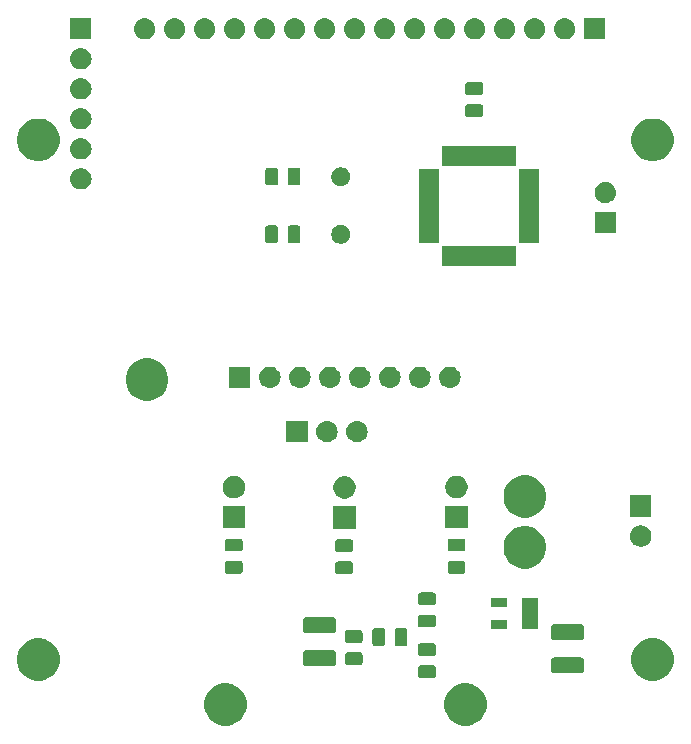
<source format=gbr>
G04 #@! TF.GenerationSoftware,KiCad,Pcbnew,(5.0.2)-1*
G04 #@! TF.CreationDate,2019-02-28T10:09:49+00:00*
G04 #@! TF.ProjectId,AircraftDataLogger,41697263-7261-4667-9444-6174614c6f67,rev?*
G04 #@! TF.SameCoordinates,Original*
G04 #@! TF.FileFunction,Soldermask,Top*
G04 #@! TF.FilePolarity,Negative*
%FSLAX46Y46*%
G04 Gerber Fmt 4.6, Leading zero omitted, Abs format (unit mm)*
G04 Created by KiCad (PCBNEW (5.0.2)-1) date 28/02/2019 10:09:49*
%MOMM*%
%LPD*%
G01*
G04 APERTURE LIST*
%ADD10C,0.100000*%
G04 APERTURE END LIST*
D10*
G36*
X88885331Y-105068211D02*
X89213092Y-105203974D01*
X89508073Y-105401074D01*
X89758926Y-105651927D01*
X89956026Y-105946908D01*
X90091789Y-106274669D01*
X90161000Y-106622616D01*
X90161000Y-106977384D01*
X90091789Y-107325331D01*
X89956026Y-107653092D01*
X89758926Y-107948073D01*
X89508073Y-108198926D01*
X89213092Y-108396026D01*
X88885331Y-108531789D01*
X88537384Y-108601000D01*
X88182616Y-108601000D01*
X87834669Y-108531789D01*
X87506908Y-108396026D01*
X87211927Y-108198926D01*
X86961074Y-107948073D01*
X86763974Y-107653092D01*
X86628211Y-107325331D01*
X86559000Y-106977384D01*
X86559000Y-106622616D01*
X86628211Y-106274669D01*
X86763974Y-105946908D01*
X86961074Y-105651927D01*
X87211927Y-105401074D01*
X87506908Y-105203974D01*
X87834669Y-105068211D01*
X88182616Y-104999000D01*
X88537384Y-104999000D01*
X88885331Y-105068211D01*
X88885331Y-105068211D01*
G37*
G36*
X68565331Y-105068211D02*
X68893092Y-105203974D01*
X69188073Y-105401074D01*
X69438926Y-105651927D01*
X69636026Y-105946908D01*
X69771789Y-106274669D01*
X69841000Y-106622616D01*
X69841000Y-106977384D01*
X69771789Y-107325331D01*
X69636026Y-107653092D01*
X69438926Y-107948073D01*
X69188073Y-108198926D01*
X68893092Y-108396026D01*
X68565331Y-108531789D01*
X68217384Y-108601000D01*
X67862616Y-108601000D01*
X67514669Y-108531789D01*
X67186908Y-108396026D01*
X66891927Y-108198926D01*
X66641074Y-107948073D01*
X66443974Y-107653092D01*
X66308211Y-107325331D01*
X66239000Y-106977384D01*
X66239000Y-106622616D01*
X66308211Y-106274669D01*
X66443974Y-105946908D01*
X66641074Y-105651927D01*
X66891927Y-105401074D01*
X67186908Y-105203974D01*
X67514669Y-105068211D01*
X67862616Y-104999000D01*
X68217384Y-104999000D01*
X68565331Y-105068211D01*
X68565331Y-105068211D01*
G37*
G36*
X104725331Y-101268211D02*
X105053092Y-101403974D01*
X105348073Y-101601074D01*
X105598926Y-101851927D01*
X105796026Y-102146908D01*
X105931789Y-102474669D01*
X106001000Y-102822616D01*
X106001000Y-103177384D01*
X105931789Y-103525331D01*
X105796026Y-103853092D01*
X105598926Y-104148073D01*
X105348073Y-104398926D01*
X105053092Y-104596026D01*
X104725331Y-104731789D01*
X104377384Y-104801000D01*
X104022616Y-104801000D01*
X103674669Y-104731789D01*
X103346908Y-104596026D01*
X103051927Y-104398926D01*
X102801074Y-104148073D01*
X102603974Y-103853092D01*
X102468211Y-103525331D01*
X102399000Y-103177384D01*
X102399000Y-102822616D01*
X102468211Y-102474669D01*
X102603974Y-102146908D01*
X102801074Y-101851927D01*
X103051927Y-101601074D01*
X103346908Y-101403974D01*
X103674669Y-101268211D01*
X104022616Y-101199000D01*
X104377384Y-101199000D01*
X104725331Y-101268211D01*
X104725331Y-101268211D01*
G37*
G36*
X52725331Y-101268211D02*
X53053092Y-101403974D01*
X53348073Y-101601074D01*
X53598926Y-101851927D01*
X53796026Y-102146908D01*
X53931789Y-102474669D01*
X54001000Y-102822616D01*
X54001000Y-103177384D01*
X53931789Y-103525331D01*
X53796026Y-103853092D01*
X53598926Y-104148073D01*
X53348073Y-104398926D01*
X53053092Y-104596026D01*
X52725331Y-104731789D01*
X52377384Y-104801000D01*
X52022616Y-104801000D01*
X51674669Y-104731789D01*
X51346908Y-104596026D01*
X51051927Y-104398926D01*
X50801074Y-104148073D01*
X50603974Y-103853092D01*
X50468211Y-103525331D01*
X50399000Y-103177384D01*
X50399000Y-102822616D01*
X50468211Y-102474669D01*
X50603974Y-102146908D01*
X50801074Y-101851927D01*
X51051927Y-101601074D01*
X51346908Y-101403974D01*
X51674669Y-101268211D01*
X52022616Y-101199000D01*
X52377384Y-101199000D01*
X52725331Y-101268211D01*
X52725331Y-101268211D01*
G37*
G36*
X85684466Y-103503565D02*
X85723137Y-103515296D01*
X85758779Y-103534348D01*
X85790017Y-103559983D01*
X85815652Y-103591221D01*
X85834704Y-103626863D01*
X85846435Y-103665534D01*
X85851000Y-103711888D01*
X85851000Y-104363112D01*
X85846435Y-104409466D01*
X85834704Y-104448137D01*
X85815652Y-104483779D01*
X85790017Y-104515017D01*
X85758779Y-104540652D01*
X85723137Y-104559704D01*
X85684466Y-104571435D01*
X85638112Y-104576000D01*
X84561888Y-104576000D01*
X84515534Y-104571435D01*
X84476863Y-104559704D01*
X84441221Y-104540652D01*
X84409983Y-104515017D01*
X84384348Y-104483779D01*
X84365296Y-104448137D01*
X84353565Y-104409466D01*
X84349000Y-104363112D01*
X84349000Y-103711888D01*
X84353565Y-103665534D01*
X84365296Y-103626863D01*
X84384348Y-103591221D01*
X84409983Y-103559983D01*
X84441221Y-103534348D01*
X84476863Y-103515296D01*
X84515534Y-103503565D01*
X84561888Y-103499000D01*
X85638112Y-103499000D01*
X85684466Y-103503565D01*
X85684466Y-103503565D01*
G37*
G36*
X98218604Y-102828347D02*
X98255145Y-102839432D01*
X98288820Y-102857431D01*
X98318341Y-102881659D01*
X98342569Y-102911180D01*
X98360568Y-102944855D01*
X98371653Y-102981396D01*
X98376000Y-103025538D01*
X98376000Y-103974462D01*
X98371653Y-104018604D01*
X98360568Y-104055145D01*
X98342569Y-104088820D01*
X98318341Y-104118341D01*
X98288820Y-104142569D01*
X98255145Y-104160568D01*
X98218604Y-104171653D01*
X98174462Y-104176000D01*
X95825538Y-104176000D01*
X95781396Y-104171653D01*
X95744855Y-104160568D01*
X95711180Y-104142569D01*
X95681659Y-104118341D01*
X95657431Y-104088820D01*
X95639432Y-104055145D01*
X95628347Y-104018604D01*
X95624000Y-103974462D01*
X95624000Y-103025538D01*
X95628347Y-102981396D01*
X95639432Y-102944855D01*
X95657431Y-102911180D01*
X95681659Y-102881659D01*
X95711180Y-102857431D01*
X95744855Y-102839432D01*
X95781396Y-102828347D01*
X95825538Y-102824000D01*
X98174462Y-102824000D01*
X98218604Y-102828347D01*
X98218604Y-102828347D01*
G37*
G36*
X77218604Y-102228347D02*
X77255145Y-102239432D01*
X77288820Y-102257431D01*
X77318341Y-102281659D01*
X77342569Y-102311180D01*
X77360568Y-102344855D01*
X77371653Y-102381396D01*
X77376000Y-102425538D01*
X77376000Y-103374462D01*
X77371653Y-103418604D01*
X77360568Y-103455145D01*
X77342569Y-103488820D01*
X77318341Y-103518341D01*
X77288820Y-103542569D01*
X77255145Y-103560568D01*
X77218604Y-103571653D01*
X77174462Y-103576000D01*
X74825538Y-103576000D01*
X74781396Y-103571653D01*
X74744855Y-103560568D01*
X74711180Y-103542569D01*
X74681659Y-103518341D01*
X74657431Y-103488820D01*
X74639432Y-103455145D01*
X74628347Y-103418604D01*
X74624000Y-103374462D01*
X74624000Y-102425538D01*
X74628347Y-102381396D01*
X74639432Y-102344855D01*
X74657431Y-102311180D01*
X74681659Y-102281659D01*
X74711180Y-102257431D01*
X74744855Y-102239432D01*
X74781396Y-102228347D01*
X74825538Y-102224000D01*
X77174462Y-102224000D01*
X77218604Y-102228347D01*
X77218604Y-102228347D01*
G37*
G36*
X79484466Y-102403565D02*
X79523137Y-102415296D01*
X79558779Y-102434348D01*
X79590017Y-102459983D01*
X79615652Y-102491221D01*
X79634704Y-102526863D01*
X79646435Y-102565534D01*
X79651000Y-102611888D01*
X79651000Y-103263112D01*
X79646435Y-103309466D01*
X79634704Y-103348137D01*
X79615652Y-103383779D01*
X79590017Y-103415017D01*
X79558779Y-103440652D01*
X79523137Y-103459704D01*
X79484466Y-103471435D01*
X79438112Y-103476000D01*
X78361888Y-103476000D01*
X78315534Y-103471435D01*
X78276863Y-103459704D01*
X78241221Y-103440652D01*
X78209983Y-103415017D01*
X78184348Y-103383779D01*
X78165296Y-103348137D01*
X78153565Y-103309466D01*
X78149000Y-103263112D01*
X78149000Y-102611888D01*
X78153565Y-102565534D01*
X78165296Y-102526863D01*
X78184348Y-102491221D01*
X78209983Y-102459983D01*
X78241221Y-102434348D01*
X78276863Y-102415296D01*
X78315534Y-102403565D01*
X78361888Y-102399000D01*
X79438112Y-102399000D01*
X79484466Y-102403565D01*
X79484466Y-102403565D01*
G37*
G36*
X85684466Y-101628565D02*
X85723137Y-101640296D01*
X85758779Y-101659348D01*
X85790017Y-101684983D01*
X85815652Y-101716221D01*
X85834704Y-101751863D01*
X85846435Y-101790534D01*
X85851000Y-101836888D01*
X85851000Y-102488112D01*
X85846435Y-102534466D01*
X85834704Y-102573137D01*
X85815652Y-102608779D01*
X85790017Y-102640017D01*
X85758779Y-102665652D01*
X85723137Y-102684704D01*
X85684466Y-102696435D01*
X85638112Y-102701000D01*
X84561888Y-102701000D01*
X84515534Y-102696435D01*
X84476863Y-102684704D01*
X84441221Y-102665652D01*
X84409983Y-102640017D01*
X84384348Y-102608779D01*
X84365296Y-102573137D01*
X84353565Y-102534466D01*
X84349000Y-102488112D01*
X84349000Y-101836888D01*
X84353565Y-101790534D01*
X84365296Y-101751863D01*
X84384348Y-101716221D01*
X84409983Y-101684983D01*
X84441221Y-101659348D01*
X84476863Y-101640296D01*
X84515534Y-101628565D01*
X84561888Y-101624000D01*
X85638112Y-101624000D01*
X85684466Y-101628565D01*
X85684466Y-101628565D01*
G37*
G36*
X81396966Y-100353565D02*
X81435637Y-100365296D01*
X81471279Y-100384348D01*
X81502517Y-100409983D01*
X81528152Y-100441221D01*
X81547204Y-100476863D01*
X81558935Y-100515534D01*
X81563500Y-100561888D01*
X81563500Y-101638112D01*
X81558935Y-101684466D01*
X81547204Y-101723137D01*
X81528152Y-101758779D01*
X81502517Y-101790017D01*
X81471279Y-101815652D01*
X81435637Y-101834704D01*
X81396966Y-101846435D01*
X81350612Y-101851000D01*
X80699388Y-101851000D01*
X80653034Y-101846435D01*
X80614363Y-101834704D01*
X80578721Y-101815652D01*
X80547483Y-101790017D01*
X80521848Y-101758779D01*
X80502796Y-101723137D01*
X80491065Y-101684466D01*
X80486500Y-101638112D01*
X80486500Y-100561888D01*
X80491065Y-100515534D01*
X80502796Y-100476863D01*
X80521848Y-100441221D01*
X80547483Y-100409983D01*
X80578721Y-100384348D01*
X80614363Y-100365296D01*
X80653034Y-100353565D01*
X80699388Y-100349000D01*
X81350612Y-100349000D01*
X81396966Y-100353565D01*
X81396966Y-100353565D01*
G37*
G36*
X83271966Y-100353565D02*
X83310637Y-100365296D01*
X83346279Y-100384348D01*
X83377517Y-100409983D01*
X83403152Y-100441221D01*
X83422204Y-100476863D01*
X83433935Y-100515534D01*
X83438500Y-100561888D01*
X83438500Y-101638112D01*
X83433935Y-101684466D01*
X83422204Y-101723137D01*
X83403152Y-101758779D01*
X83377517Y-101790017D01*
X83346279Y-101815652D01*
X83310637Y-101834704D01*
X83271966Y-101846435D01*
X83225612Y-101851000D01*
X82574388Y-101851000D01*
X82528034Y-101846435D01*
X82489363Y-101834704D01*
X82453721Y-101815652D01*
X82422483Y-101790017D01*
X82396848Y-101758779D01*
X82377796Y-101723137D01*
X82366065Y-101684466D01*
X82361500Y-101638112D01*
X82361500Y-100561888D01*
X82366065Y-100515534D01*
X82377796Y-100476863D01*
X82396848Y-100441221D01*
X82422483Y-100409983D01*
X82453721Y-100384348D01*
X82489363Y-100365296D01*
X82528034Y-100353565D01*
X82574388Y-100349000D01*
X83225612Y-100349000D01*
X83271966Y-100353565D01*
X83271966Y-100353565D01*
G37*
G36*
X79484466Y-100528565D02*
X79523137Y-100540296D01*
X79558779Y-100559348D01*
X79590017Y-100584983D01*
X79615652Y-100616221D01*
X79634704Y-100651863D01*
X79646435Y-100690534D01*
X79651000Y-100736888D01*
X79651000Y-101388112D01*
X79646435Y-101434466D01*
X79634704Y-101473137D01*
X79615652Y-101508779D01*
X79590017Y-101540017D01*
X79558779Y-101565652D01*
X79523137Y-101584704D01*
X79484466Y-101596435D01*
X79438112Y-101601000D01*
X78361888Y-101601000D01*
X78315534Y-101596435D01*
X78276863Y-101584704D01*
X78241221Y-101565652D01*
X78209983Y-101540017D01*
X78184348Y-101508779D01*
X78165296Y-101473137D01*
X78153565Y-101434466D01*
X78149000Y-101388112D01*
X78149000Y-100736888D01*
X78153565Y-100690534D01*
X78165296Y-100651863D01*
X78184348Y-100616221D01*
X78209983Y-100584983D01*
X78241221Y-100559348D01*
X78276863Y-100540296D01*
X78315534Y-100528565D01*
X78361888Y-100524000D01*
X79438112Y-100524000D01*
X79484466Y-100528565D01*
X79484466Y-100528565D01*
G37*
G36*
X98218604Y-100028347D02*
X98255145Y-100039432D01*
X98288820Y-100057431D01*
X98318341Y-100081659D01*
X98342569Y-100111180D01*
X98360568Y-100144855D01*
X98371653Y-100181396D01*
X98376000Y-100225538D01*
X98376000Y-101174462D01*
X98371653Y-101218604D01*
X98360568Y-101255145D01*
X98342569Y-101288820D01*
X98318341Y-101318341D01*
X98288820Y-101342569D01*
X98255145Y-101360568D01*
X98218604Y-101371653D01*
X98174462Y-101376000D01*
X95825538Y-101376000D01*
X95781396Y-101371653D01*
X95744855Y-101360568D01*
X95711180Y-101342569D01*
X95681659Y-101318341D01*
X95657431Y-101288820D01*
X95639432Y-101255145D01*
X95628347Y-101218604D01*
X95624000Y-101174462D01*
X95624000Y-100225538D01*
X95628347Y-100181396D01*
X95639432Y-100144855D01*
X95657431Y-100111180D01*
X95681659Y-100081659D01*
X95711180Y-100057431D01*
X95744855Y-100039432D01*
X95781396Y-100028347D01*
X95825538Y-100024000D01*
X98174462Y-100024000D01*
X98218604Y-100028347D01*
X98218604Y-100028347D01*
G37*
G36*
X77218604Y-99428347D02*
X77255145Y-99439432D01*
X77288820Y-99457431D01*
X77318341Y-99481659D01*
X77342569Y-99511180D01*
X77360568Y-99544855D01*
X77371653Y-99581396D01*
X77376000Y-99625538D01*
X77376000Y-100574462D01*
X77371653Y-100618604D01*
X77360568Y-100655145D01*
X77342569Y-100688820D01*
X77318341Y-100718341D01*
X77288820Y-100742569D01*
X77255145Y-100760568D01*
X77218604Y-100771653D01*
X77174462Y-100776000D01*
X74825538Y-100776000D01*
X74781396Y-100771653D01*
X74744855Y-100760568D01*
X74711180Y-100742569D01*
X74681659Y-100718341D01*
X74657431Y-100688820D01*
X74639432Y-100655145D01*
X74628347Y-100618604D01*
X74624000Y-100574462D01*
X74624000Y-99625538D01*
X74628347Y-99581396D01*
X74639432Y-99544855D01*
X74657431Y-99511180D01*
X74681659Y-99481659D01*
X74711180Y-99457431D01*
X74744855Y-99439432D01*
X74781396Y-99428347D01*
X74825538Y-99424000D01*
X77174462Y-99424000D01*
X77218604Y-99428347D01*
X77218604Y-99428347D01*
G37*
G36*
X94475000Y-100426000D02*
X93153000Y-100426000D01*
X93153000Y-97774000D01*
X94475000Y-97774000D01*
X94475000Y-100426000D01*
X94475000Y-100426000D01*
G37*
G36*
X91855000Y-100426000D02*
X90533000Y-100426000D01*
X90533000Y-99674000D01*
X91855000Y-99674000D01*
X91855000Y-100426000D01*
X91855000Y-100426000D01*
G37*
G36*
X85684466Y-99203565D02*
X85723137Y-99215296D01*
X85758779Y-99234348D01*
X85790017Y-99259983D01*
X85815652Y-99291221D01*
X85834704Y-99326863D01*
X85846435Y-99365534D01*
X85851000Y-99411888D01*
X85851000Y-100063112D01*
X85846435Y-100109466D01*
X85834704Y-100148137D01*
X85815652Y-100183779D01*
X85790017Y-100215017D01*
X85758779Y-100240652D01*
X85723137Y-100259704D01*
X85684466Y-100271435D01*
X85638112Y-100276000D01*
X84561888Y-100276000D01*
X84515534Y-100271435D01*
X84476863Y-100259704D01*
X84441221Y-100240652D01*
X84409983Y-100215017D01*
X84384348Y-100183779D01*
X84365296Y-100148137D01*
X84353565Y-100109466D01*
X84349000Y-100063112D01*
X84349000Y-99411888D01*
X84353565Y-99365534D01*
X84365296Y-99326863D01*
X84384348Y-99291221D01*
X84409983Y-99259983D01*
X84441221Y-99234348D01*
X84476863Y-99215296D01*
X84515534Y-99203565D01*
X84561888Y-99199000D01*
X85638112Y-99199000D01*
X85684466Y-99203565D01*
X85684466Y-99203565D01*
G37*
G36*
X91855000Y-98526000D02*
X90533000Y-98526000D01*
X90533000Y-97774000D01*
X91855000Y-97774000D01*
X91855000Y-98526000D01*
X91855000Y-98526000D01*
G37*
G36*
X85684466Y-97328565D02*
X85723137Y-97340296D01*
X85758779Y-97359348D01*
X85790017Y-97384983D01*
X85815652Y-97416221D01*
X85834704Y-97451863D01*
X85846435Y-97490534D01*
X85851000Y-97536888D01*
X85851000Y-98188112D01*
X85846435Y-98234466D01*
X85834704Y-98273137D01*
X85815652Y-98308779D01*
X85790017Y-98340017D01*
X85758779Y-98365652D01*
X85723137Y-98384704D01*
X85684466Y-98396435D01*
X85638112Y-98401000D01*
X84561888Y-98401000D01*
X84515534Y-98396435D01*
X84476863Y-98384704D01*
X84441221Y-98365652D01*
X84409983Y-98340017D01*
X84384348Y-98308779D01*
X84365296Y-98273137D01*
X84353565Y-98234466D01*
X84349000Y-98188112D01*
X84349000Y-97536888D01*
X84353565Y-97490534D01*
X84365296Y-97451863D01*
X84384348Y-97416221D01*
X84409983Y-97384983D01*
X84441221Y-97359348D01*
X84476863Y-97340296D01*
X84515534Y-97328565D01*
X84561888Y-97324000D01*
X85638112Y-97324000D01*
X85684466Y-97328565D01*
X85684466Y-97328565D01*
G37*
G36*
X78684466Y-94703565D02*
X78723137Y-94715296D01*
X78758779Y-94734348D01*
X78790017Y-94759983D01*
X78815652Y-94791221D01*
X78834704Y-94826863D01*
X78846435Y-94865534D01*
X78851000Y-94911888D01*
X78851000Y-95563112D01*
X78846435Y-95609466D01*
X78834704Y-95648137D01*
X78815652Y-95683779D01*
X78790017Y-95715017D01*
X78758779Y-95740652D01*
X78723137Y-95759704D01*
X78684466Y-95771435D01*
X78638112Y-95776000D01*
X77561888Y-95776000D01*
X77515534Y-95771435D01*
X77476863Y-95759704D01*
X77441221Y-95740652D01*
X77409983Y-95715017D01*
X77384348Y-95683779D01*
X77365296Y-95648137D01*
X77353565Y-95609466D01*
X77349000Y-95563112D01*
X77349000Y-94911888D01*
X77353565Y-94865534D01*
X77365296Y-94826863D01*
X77384348Y-94791221D01*
X77409983Y-94759983D01*
X77441221Y-94734348D01*
X77476863Y-94715296D01*
X77515534Y-94703565D01*
X77561888Y-94699000D01*
X78638112Y-94699000D01*
X78684466Y-94703565D01*
X78684466Y-94703565D01*
G37*
G36*
X88184466Y-94653565D02*
X88223137Y-94665296D01*
X88258779Y-94684348D01*
X88290017Y-94709983D01*
X88315652Y-94741221D01*
X88334704Y-94776863D01*
X88346435Y-94815534D01*
X88351000Y-94861888D01*
X88351000Y-95513112D01*
X88346435Y-95559466D01*
X88334704Y-95598137D01*
X88315652Y-95633779D01*
X88290017Y-95665017D01*
X88258779Y-95690652D01*
X88223137Y-95709704D01*
X88184466Y-95721435D01*
X88138112Y-95726000D01*
X87061888Y-95726000D01*
X87015534Y-95721435D01*
X86976863Y-95709704D01*
X86941221Y-95690652D01*
X86909983Y-95665017D01*
X86884348Y-95633779D01*
X86865296Y-95598137D01*
X86853565Y-95559466D01*
X86849000Y-95513112D01*
X86849000Y-94861888D01*
X86853565Y-94815534D01*
X86865296Y-94776863D01*
X86884348Y-94741221D01*
X86909983Y-94709983D01*
X86941221Y-94684348D01*
X86976863Y-94665296D01*
X87015534Y-94653565D01*
X87061888Y-94649000D01*
X88138112Y-94649000D01*
X88184466Y-94653565D01*
X88184466Y-94653565D01*
G37*
G36*
X69334466Y-94653565D02*
X69373137Y-94665296D01*
X69408779Y-94684348D01*
X69440017Y-94709983D01*
X69465652Y-94741221D01*
X69484704Y-94776863D01*
X69496435Y-94815534D01*
X69501000Y-94861888D01*
X69501000Y-95513112D01*
X69496435Y-95559466D01*
X69484704Y-95598137D01*
X69465652Y-95633779D01*
X69440017Y-95665017D01*
X69408779Y-95690652D01*
X69373137Y-95709704D01*
X69334466Y-95721435D01*
X69288112Y-95726000D01*
X68211888Y-95726000D01*
X68165534Y-95721435D01*
X68126863Y-95709704D01*
X68091221Y-95690652D01*
X68059983Y-95665017D01*
X68034348Y-95633779D01*
X68015296Y-95598137D01*
X68003565Y-95559466D01*
X67999000Y-95513112D01*
X67999000Y-94861888D01*
X68003565Y-94815534D01*
X68015296Y-94776863D01*
X68034348Y-94741221D01*
X68059983Y-94709983D01*
X68091221Y-94684348D01*
X68126863Y-94665296D01*
X68165534Y-94653565D01*
X68211888Y-94649000D01*
X69288112Y-94649000D01*
X69334466Y-94653565D01*
X69334466Y-94653565D01*
G37*
G36*
X93925331Y-91768211D02*
X94253092Y-91903974D01*
X94548073Y-92101074D01*
X94798926Y-92351927D01*
X94996026Y-92646908D01*
X95131789Y-92974669D01*
X95201000Y-93322616D01*
X95201000Y-93677384D01*
X95131789Y-94025331D01*
X94996026Y-94353092D01*
X94798926Y-94648073D01*
X94548073Y-94898926D01*
X94253092Y-95096026D01*
X93925331Y-95231789D01*
X93577384Y-95301000D01*
X93222616Y-95301000D01*
X92874669Y-95231789D01*
X92546908Y-95096026D01*
X92251927Y-94898926D01*
X92001074Y-94648073D01*
X91803974Y-94353092D01*
X91668211Y-94025331D01*
X91599000Y-93677384D01*
X91599000Y-93322616D01*
X91668211Y-92974669D01*
X91803974Y-92646908D01*
X92001074Y-92351927D01*
X92251927Y-92101074D01*
X92546908Y-91903974D01*
X92874669Y-91768211D01*
X93222616Y-91699000D01*
X93577384Y-91699000D01*
X93925331Y-91768211D01*
X93925331Y-91768211D01*
G37*
G36*
X78684466Y-92828565D02*
X78723137Y-92840296D01*
X78758779Y-92859348D01*
X78790017Y-92884983D01*
X78815652Y-92916221D01*
X78834704Y-92951863D01*
X78846435Y-92990534D01*
X78851000Y-93036888D01*
X78851000Y-93688112D01*
X78846435Y-93734466D01*
X78834704Y-93773137D01*
X78815652Y-93808779D01*
X78790017Y-93840017D01*
X78758779Y-93865652D01*
X78723137Y-93884704D01*
X78684466Y-93896435D01*
X78638112Y-93901000D01*
X77561888Y-93901000D01*
X77515534Y-93896435D01*
X77476863Y-93884704D01*
X77441221Y-93865652D01*
X77409983Y-93840017D01*
X77384348Y-93808779D01*
X77365296Y-93773137D01*
X77353565Y-93734466D01*
X77349000Y-93688112D01*
X77349000Y-93036888D01*
X77353565Y-92990534D01*
X77365296Y-92951863D01*
X77384348Y-92916221D01*
X77409983Y-92884983D01*
X77441221Y-92859348D01*
X77476863Y-92840296D01*
X77515534Y-92828565D01*
X77561888Y-92824000D01*
X78638112Y-92824000D01*
X78684466Y-92828565D01*
X78684466Y-92828565D01*
G37*
G36*
X88184466Y-92778565D02*
X88223137Y-92790296D01*
X88258779Y-92809348D01*
X88290017Y-92834983D01*
X88315652Y-92866221D01*
X88334704Y-92901863D01*
X88346435Y-92940534D01*
X88351000Y-92986888D01*
X88351000Y-93638112D01*
X88346435Y-93684466D01*
X88334704Y-93723137D01*
X88315652Y-93758779D01*
X88290017Y-93790017D01*
X88258779Y-93815652D01*
X88223137Y-93834704D01*
X88184466Y-93846435D01*
X88138112Y-93851000D01*
X87061888Y-93851000D01*
X87015534Y-93846435D01*
X86976863Y-93834704D01*
X86941221Y-93815652D01*
X86909983Y-93790017D01*
X86884348Y-93758779D01*
X86865296Y-93723137D01*
X86853565Y-93684466D01*
X86849000Y-93638112D01*
X86849000Y-92986888D01*
X86853565Y-92940534D01*
X86865296Y-92901863D01*
X86884348Y-92866221D01*
X86909983Y-92834983D01*
X86941221Y-92809348D01*
X86976863Y-92790296D01*
X87015534Y-92778565D01*
X87061888Y-92774000D01*
X88138112Y-92774000D01*
X88184466Y-92778565D01*
X88184466Y-92778565D01*
G37*
G36*
X69334466Y-92778565D02*
X69373137Y-92790296D01*
X69408779Y-92809348D01*
X69440017Y-92834983D01*
X69465652Y-92866221D01*
X69484704Y-92901863D01*
X69496435Y-92940534D01*
X69501000Y-92986888D01*
X69501000Y-93638112D01*
X69496435Y-93684466D01*
X69484704Y-93723137D01*
X69465652Y-93758779D01*
X69440017Y-93790017D01*
X69408779Y-93815652D01*
X69373137Y-93834704D01*
X69334466Y-93846435D01*
X69288112Y-93851000D01*
X68211888Y-93851000D01*
X68165534Y-93846435D01*
X68126863Y-93834704D01*
X68091221Y-93815652D01*
X68059983Y-93790017D01*
X68034348Y-93758779D01*
X68015296Y-93723137D01*
X68003565Y-93684466D01*
X67999000Y-93638112D01*
X67999000Y-92986888D01*
X68003565Y-92940534D01*
X68015296Y-92901863D01*
X68034348Y-92866221D01*
X68059983Y-92834983D01*
X68091221Y-92809348D01*
X68126863Y-92790296D01*
X68165534Y-92778565D01*
X68211888Y-92774000D01*
X69288112Y-92774000D01*
X69334466Y-92778565D01*
X69334466Y-92778565D01*
G37*
G36*
X103310442Y-91645518D02*
X103376627Y-91652037D01*
X103489853Y-91686384D01*
X103546467Y-91703557D01*
X103667424Y-91768211D01*
X103702991Y-91787222D01*
X103738729Y-91816552D01*
X103840186Y-91899814D01*
X103923448Y-92001271D01*
X103952778Y-92037009D01*
X103952779Y-92037011D01*
X104036443Y-92193533D01*
X104036443Y-92193534D01*
X104087963Y-92363373D01*
X104105359Y-92540000D01*
X104087963Y-92716627D01*
X104065616Y-92790296D01*
X104036443Y-92886467D01*
X103989298Y-92974668D01*
X103952778Y-93042991D01*
X103952565Y-93043250D01*
X103840186Y-93180186D01*
X103738729Y-93263448D01*
X103702991Y-93292778D01*
X103702989Y-93292779D01*
X103546467Y-93376443D01*
X103489853Y-93393616D01*
X103376627Y-93427963D01*
X103310443Y-93434481D01*
X103244260Y-93441000D01*
X103155740Y-93441000D01*
X103089557Y-93434481D01*
X103023373Y-93427963D01*
X102910147Y-93393616D01*
X102853533Y-93376443D01*
X102697011Y-93292779D01*
X102697009Y-93292778D01*
X102661271Y-93263448D01*
X102559814Y-93180186D01*
X102447435Y-93043250D01*
X102447222Y-93042991D01*
X102410702Y-92974668D01*
X102363557Y-92886467D01*
X102334384Y-92790296D01*
X102312037Y-92716627D01*
X102294641Y-92540000D01*
X102312037Y-92363373D01*
X102363557Y-92193534D01*
X102363557Y-92193533D01*
X102447221Y-92037011D01*
X102447222Y-92037009D01*
X102476552Y-92001271D01*
X102559814Y-91899814D01*
X102661271Y-91816552D01*
X102697009Y-91787222D01*
X102732576Y-91768211D01*
X102853533Y-91703557D01*
X102910147Y-91686384D01*
X103023373Y-91652037D01*
X103089558Y-91645518D01*
X103155740Y-91639000D01*
X103244260Y-91639000D01*
X103310442Y-91645518D01*
X103310442Y-91645518D01*
G37*
G36*
X79075000Y-91915600D02*
X77173000Y-91915600D01*
X77173000Y-90013600D01*
X79075000Y-90013600D01*
X79075000Y-91915600D01*
X79075000Y-91915600D01*
G37*
G36*
X88551000Y-91901000D02*
X86649000Y-91901000D01*
X86649000Y-89999000D01*
X88551000Y-89999000D01*
X88551000Y-91901000D01*
X88551000Y-91901000D01*
G37*
G36*
X69701000Y-91901000D02*
X67799000Y-91901000D01*
X67799000Y-89999000D01*
X69701000Y-89999000D01*
X69701000Y-91901000D01*
X69701000Y-91901000D01*
G37*
G36*
X93925331Y-87468211D02*
X94253092Y-87603974D01*
X94548073Y-87801074D01*
X94798926Y-88051927D01*
X94996026Y-88346908D01*
X95131789Y-88674669D01*
X95201000Y-89022616D01*
X95201000Y-89377384D01*
X95131789Y-89725331D01*
X94996026Y-90053092D01*
X94798926Y-90348073D01*
X94548073Y-90598926D01*
X94253092Y-90796026D01*
X93925331Y-90931789D01*
X93577384Y-91001000D01*
X93222616Y-91001000D01*
X92874669Y-90931789D01*
X92546908Y-90796026D01*
X92251927Y-90598926D01*
X92001074Y-90348073D01*
X91803974Y-90053092D01*
X91668211Y-89725331D01*
X91599000Y-89377384D01*
X91599000Y-89022616D01*
X91668211Y-88674669D01*
X91803974Y-88346908D01*
X92001074Y-88051927D01*
X92251927Y-87801074D01*
X92546908Y-87603974D01*
X92874669Y-87468211D01*
X93222616Y-87399000D01*
X93577384Y-87399000D01*
X93925331Y-87468211D01*
X93925331Y-87468211D01*
G37*
G36*
X104101000Y-90901000D02*
X102299000Y-90901000D01*
X102299000Y-89099000D01*
X104101000Y-89099000D01*
X104101000Y-90901000D01*
X104101000Y-90901000D01*
G37*
G36*
X78401396Y-87510146D02*
X78574466Y-87581834D01*
X78730230Y-87685912D01*
X78862688Y-87818370D01*
X78966766Y-87974134D01*
X79038454Y-88147204D01*
X79075000Y-88330933D01*
X79075000Y-88518267D01*
X79038454Y-88701996D01*
X78966766Y-88875066D01*
X78862688Y-89030830D01*
X78730230Y-89163288D01*
X78574466Y-89267366D01*
X78401396Y-89339054D01*
X78217667Y-89375600D01*
X78030333Y-89375600D01*
X77846604Y-89339054D01*
X77673534Y-89267366D01*
X77517770Y-89163288D01*
X77385312Y-89030830D01*
X77281234Y-88875066D01*
X77209546Y-88701996D01*
X77173000Y-88518267D01*
X77173000Y-88330933D01*
X77209546Y-88147204D01*
X77281234Y-87974134D01*
X77385312Y-87818370D01*
X77517770Y-87685912D01*
X77673534Y-87581834D01*
X77846604Y-87510146D01*
X78030333Y-87473600D01*
X78217667Y-87473600D01*
X78401396Y-87510146D01*
X78401396Y-87510146D01*
G37*
G36*
X69027396Y-87495546D02*
X69200466Y-87567234D01*
X69356230Y-87671312D01*
X69488688Y-87803770D01*
X69592766Y-87959534D01*
X69664454Y-88132604D01*
X69701000Y-88316333D01*
X69701000Y-88503667D01*
X69664454Y-88687396D01*
X69592766Y-88860466D01*
X69488688Y-89016230D01*
X69356230Y-89148688D01*
X69200466Y-89252766D01*
X69027396Y-89324454D01*
X68843667Y-89361000D01*
X68656333Y-89361000D01*
X68472604Y-89324454D01*
X68299534Y-89252766D01*
X68143770Y-89148688D01*
X68011312Y-89016230D01*
X67907234Y-88860466D01*
X67835546Y-88687396D01*
X67799000Y-88503667D01*
X67799000Y-88316333D01*
X67835546Y-88132604D01*
X67907234Y-87959534D01*
X68011312Y-87803770D01*
X68143770Y-87671312D01*
X68299534Y-87567234D01*
X68472604Y-87495546D01*
X68656333Y-87459000D01*
X68843667Y-87459000D01*
X69027396Y-87495546D01*
X69027396Y-87495546D01*
G37*
G36*
X87877396Y-87495546D02*
X88050466Y-87567234D01*
X88206230Y-87671312D01*
X88338688Y-87803770D01*
X88442766Y-87959534D01*
X88514454Y-88132604D01*
X88551000Y-88316333D01*
X88551000Y-88503667D01*
X88514454Y-88687396D01*
X88442766Y-88860466D01*
X88338688Y-89016230D01*
X88206230Y-89148688D01*
X88050466Y-89252766D01*
X87877396Y-89324454D01*
X87693667Y-89361000D01*
X87506333Y-89361000D01*
X87322604Y-89324454D01*
X87149534Y-89252766D01*
X86993770Y-89148688D01*
X86861312Y-89016230D01*
X86757234Y-88860466D01*
X86685546Y-88687396D01*
X86649000Y-88503667D01*
X86649000Y-88316333D01*
X86685546Y-88132604D01*
X86757234Y-87959534D01*
X86861312Y-87803770D01*
X86993770Y-87671312D01*
X87149534Y-87567234D01*
X87322604Y-87495546D01*
X87506333Y-87459000D01*
X87693667Y-87459000D01*
X87877396Y-87495546D01*
X87877396Y-87495546D01*
G37*
G36*
X75001000Y-84601000D02*
X73199000Y-84601000D01*
X73199000Y-82799000D01*
X75001000Y-82799000D01*
X75001000Y-84601000D01*
X75001000Y-84601000D01*
G37*
G36*
X79290443Y-82805519D02*
X79356627Y-82812037D01*
X79469853Y-82846384D01*
X79526467Y-82863557D01*
X79665087Y-82937652D01*
X79682991Y-82947222D01*
X79718729Y-82976552D01*
X79820186Y-83059814D01*
X79903448Y-83161271D01*
X79932778Y-83197009D01*
X79932779Y-83197011D01*
X80016443Y-83353533D01*
X80016443Y-83353534D01*
X80067963Y-83523373D01*
X80085359Y-83700000D01*
X80067963Y-83876627D01*
X80033616Y-83989853D01*
X80016443Y-84046467D01*
X79942348Y-84185087D01*
X79932778Y-84202991D01*
X79903448Y-84238729D01*
X79820186Y-84340186D01*
X79718729Y-84423448D01*
X79682991Y-84452778D01*
X79682989Y-84452779D01*
X79526467Y-84536443D01*
X79469853Y-84553616D01*
X79356627Y-84587963D01*
X79290442Y-84594482D01*
X79224260Y-84601000D01*
X79135740Y-84601000D01*
X79069558Y-84594482D01*
X79003373Y-84587963D01*
X78890147Y-84553616D01*
X78833533Y-84536443D01*
X78677011Y-84452779D01*
X78677009Y-84452778D01*
X78641271Y-84423448D01*
X78539814Y-84340186D01*
X78456552Y-84238729D01*
X78427222Y-84202991D01*
X78417652Y-84185087D01*
X78343557Y-84046467D01*
X78326384Y-83989853D01*
X78292037Y-83876627D01*
X78274641Y-83700000D01*
X78292037Y-83523373D01*
X78343557Y-83353534D01*
X78343557Y-83353533D01*
X78427221Y-83197011D01*
X78427222Y-83197009D01*
X78456552Y-83161271D01*
X78539814Y-83059814D01*
X78641271Y-82976552D01*
X78677009Y-82947222D01*
X78694913Y-82937652D01*
X78833533Y-82863557D01*
X78890147Y-82846384D01*
X79003373Y-82812037D01*
X79069557Y-82805519D01*
X79135740Y-82799000D01*
X79224260Y-82799000D01*
X79290443Y-82805519D01*
X79290443Y-82805519D01*
G37*
G36*
X76750443Y-82805519D02*
X76816627Y-82812037D01*
X76929853Y-82846384D01*
X76986467Y-82863557D01*
X77125087Y-82937652D01*
X77142991Y-82947222D01*
X77178729Y-82976552D01*
X77280186Y-83059814D01*
X77363448Y-83161271D01*
X77392778Y-83197009D01*
X77392779Y-83197011D01*
X77476443Y-83353533D01*
X77476443Y-83353534D01*
X77527963Y-83523373D01*
X77545359Y-83700000D01*
X77527963Y-83876627D01*
X77493616Y-83989853D01*
X77476443Y-84046467D01*
X77402348Y-84185087D01*
X77392778Y-84202991D01*
X77363448Y-84238729D01*
X77280186Y-84340186D01*
X77178729Y-84423448D01*
X77142991Y-84452778D01*
X77142989Y-84452779D01*
X76986467Y-84536443D01*
X76929853Y-84553616D01*
X76816627Y-84587963D01*
X76750442Y-84594482D01*
X76684260Y-84601000D01*
X76595740Y-84601000D01*
X76529558Y-84594482D01*
X76463373Y-84587963D01*
X76350147Y-84553616D01*
X76293533Y-84536443D01*
X76137011Y-84452779D01*
X76137009Y-84452778D01*
X76101271Y-84423448D01*
X75999814Y-84340186D01*
X75916552Y-84238729D01*
X75887222Y-84202991D01*
X75877652Y-84185087D01*
X75803557Y-84046467D01*
X75786384Y-83989853D01*
X75752037Y-83876627D01*
X75734641Y-83700000D01*
X75752037Y-83523373D01*
X75803557Y-83353534D01*
X75803557Y-83353533D01*
X75887221Y-83197011D01*
X75887222Y-83197009D01*
X75916552Y-83161271D01*
X75999814Y-83059814D01*
X76101271Y-82976552D01*
X76137009Y-82947222D01*
X76154913Y-82937652D01*
X76293533Y-82863557D01*
X76350147Y-82846384D01*
X76463373Y-82812037D01*
X76529557Y-82805519D01*
X76595740Y-82799000D01*
X76684260Y-82799000D01*
X76750443Y-82805519D01*
X76750443Y-82805519D01*
G37*
G36*
X61925331Y-77568211D02*
X62253092Y-77703974D01*
X62548073Y-77901074D01*
X62798926Y-78151927D01*
X62996026Y-78446908D01*
X63131789Y-78774669D01*
X63201000Y-79122616D01*
X63201000Y-79477384D01*
X63131789Y-79825331D01*
X62996026Y-80153092D01*
X62798926Y-80448073D01*
X62548073Y-80698926D01*
X62253092Y-80896026D01*
X61925331Y-81031789D01*
X61577384Y-81101000D01*
X61222616Y-81101000D01*
X60874669Y-81031789D01*
X60546908Y-80896026D01*
X60251927Y-80698926D01*
X60001074Y-80448073D01*
X59803974Y-80153092D01*
X59668211Y-79825331D01*
X59599000Y-79477384D01*
X59599000Y-79122616D01*
X59668211Y-78774669D01*
X59803974Y-78446908D01*
X60001074Y-78151927D01*
X60251927Y-77901074D01*
X60546908Y-77703974D01*
X60874669Y-77568211D01*
X61222616Y-77499000D01*
X61577384Y-77499000D01*
X61925331Y-77568211D01*
X61925331Y-77568211D01*
G37*
G36*
X82070442Y-78205518D02*
X82136627Y-78212037D01*
X82249853Y-78246384D01*
X82306467Y-78263557D01*
X82445087Y-78337652D01*
X82462991Y-78347222D01*
X82498729Y-78376552D01*
X82600186Y-78459814D01*
X82683448Y-78561271D01*
X82712778Y-78597009D01*
X82712779Y-78597011D01*
X82796443Y-78753533D01*
X82796443Y-78753534D01*
X82847963Y-78923373D01*
X82865359Y-79100000D01*
X82847963Y-79276627D01*
X82813616Y-79389853D01*
X82796443Y-79446467D01*
X82779917Y-79477384D01*
X82712778Y-79602991D01*
X82683448Y-79638729D01*
X82600186Y-79740186D01*
X82498729Y-79823448D01*
X82462991Y-79852778D01*
X82462989Y-79852779D01*
X82306467Y-79936443D01*
X82249853Y-79953616D01*
X82136627Y-79987963D01*
X82070442Y-79994482D01*
X82004260Y-80001000D01*
X81915740Y-80001000D01*
X81849558Y-79994482D01*
X81783373Y-79987963D01*
X81670147Y-79953616D01*
X81613533Y-79936443D01*
X81457011Y-79852779D01*
X81457009Y-79852778D01*
X81421271Y-79823448D01*
X81319814Y-79740186D01*
X81236552Y-79638729D01*
X81207222Y-79602991D01*
X81140083Y-79477384D01*
X81123557Y-79446467D01*
X81106384Y-79389853D01*
X81072037Y-79276627D01*
X81054641Y-79100000D01*
X81072037Y-78923373D01*
X81123557Y-78753534D01*
X81123557Y-78753533D01*
X81207221Y-78597011D01*
X81207222Y-78597009D01*
X81236552Y-78561271D01*
X81319814Y-78459814D01*
X81421271Y-78376552D01*
X81457009Y-78347222D01*
X81474913Y-78337652D01*
X81613533Y-78263557D01*
X81670147Y-78246384D01*
X81783373Y-78212037D01*
X81849558Y-78205518D01*
X81915740Y-78199000D01*
X82004260Y-78199000D01*
X82070442Y-78205518D01*
X82070442Y-78205518D01*
G37*
G36*
X87150442Y-78205518D02*
X87216627Y-78212037D01*
X87329853Y-78246384D01*
X87386467Y-78263557D01*
X87525087Y-78337652D01*
X87542991Y-78347222D01*
X87578729Y-78376552D01*
X87680186Y-78459814D01*
X87763448Y-78561271D01*
X87792778Y-78597009D01*
X87792779Y-78597011D01*
X87876443Y-78753533D01*
X87876443Y-78753534D01*
X87927963Y-78923373D01*
X87945359Y-79100000D01*
X87927963Y-79276627D01*
X87893616Y-79389853D01*
X87876443Y-79446467D01*
X87859917Y-79477384D01*
X87792778Y-79602991D01*
X87763448Y-79638729D01*
X87680186Y-79740186D01*
X87578729Y-79823448D01*
X87542991Y-79852778D01*
X87542989Y-79852779D01*
X87386467Y-79936443D01*
X87329853Y-79953616D01*
X87216627Y-79987963D01*
X87150442Y-79994482D01*
X87084260Y-80001000D01*
X86995740Y-80001000D01*
X86929558Y-79994482D01*
X86863373Y-79987963D01*
X86750147Y-79953616D01*
X86693533Y-79936443D01*
X86537011Y-79852779D01*
X86537009Y-79852778D01*
X86501271Y-79823448D01*
X86399814Y-79740186D01*
X86316552Y-79638729D01*
X86287222Y-79602991D01*
X86220083Y-79477384D01*
X86203557Y-79446467D01*
X86186384Y-79389853D01*
X86152037Y-79276627D01*
X86134641Y-79100000D01*
X86152037Y-78923373D01*
X86203557Y-78753534D01*
X86203557Y-78753533D01*
X86287221Y-78597011D01*
X86287222Y-78597009D01*
X86316552Y-78561271D01*
X86399814Y-78459814D01*
X86501271Y-78376552D01*
X86537009Y-78347222D01*
X86554913Y-78337652D01*
X86693533Y-78263557D01*
X86750147Y-78246384D01*
X86863373Y-78212037D01*
X86929558Y-78205518D01*
X86995740Y-78199000D01*
X87084260Y-78199000D01*
X87150442Y-78205518D01*
X87150442Y-78205518D01*
G37*
G36*
X84610442Y-78205518D02*
X84676627Y-78212037D01*
X84789853Y-78246384D01*
X84846467Y-78263557D01*
X84985087Y-78337652D01*
X85002991Y-78347222D01*
X85038729Y-78376552D01*
X85140186Y-78459814D01*
X85223448Y-78561271D01*
X85252778Y-78597009D01*
X85252779Y-78597011D01*
X85336443Y-78753533D01*
X85336443Y-78753534D01*
X85387963Y-78923373D01*
X85405359Y-79100000D01*
X85387963Y-79276627D01*
X85353616Y-79389853D01*
X85336443Y-79446467D01*
X85319917Y-79477384D01*
X85252778Y-79602991D01*
X85223448Y-79638729D01*
X85140186Y-79740186D01*
X85038729Y-79823448D01*
X85002991Y-79852778D01*
X85002989Y-79852779D01*
X84846467Y-79936443D01*
X84789853Y-79953616D01*
X84676627Y-79987963D01*
X84610442Y-79994482D01*
X84544260Y-80001000D01*
X84455740Y-80001000D01*
X84389558Y-79994482D01*
X84323373Y-79987963D01*
X84210147Y-79953616D01*
X84153533Y-79936443D01*
X83997011Y-79852779D01*
X83997009Y-79852778D01*
X83961271Y-79823448D01*
X83859814Y-79740186D01*
X83776552Y-79638729D01*
X83747222Y-79602991D01*
X83680083Y-79477384D01*
X83663557Y-79446467D01*
X83646384Y-79389853D01*
X83612037Y-79276627D01*
X83594641Y-79100000D01*
X83612037Y-78923373D01*
X83663557Y-78753534D01*
X83663557Y-78753533D01*
X83747221Y-78597011D01*
X83747222Y-78597009D01*
X83776552Y-78561271D01*
X83859814Y-78459814D01*
X83961271Y-78376552D01*
X83997009Y-78347222D01*
X84014913Y-78337652D01*
X84153533Y-78263557D01*
X84210147Y-78246384D01*
X84323373Y-78212037D01*
X84389558Y-78205518D01*
X84455740Y-78199000D01*
X84544260Y-78199000D01*
X84610442Y-78205518D01*
X84610442Y-78205518D01*
G37*
G36*
X76990442Y-78205518D02*
X77056627Y-78212037D01*
X77169853Y-78246384D01*
X77226467Y-78263557D01*
X77365087Y-78337652D01*
X77382991Y-78347222D01*
X77418729Y-78376552D01*
X77520186Y-78459814D01*
X77603448Y-78561271D01*
X77632778Y-78597009D01*
X77632779Y-78597011D01*
X77716443Y-78753533D01*
X77716443Y-78753534D01*
X77767963Y-78923373D01*
X77785359Y-79100000D01*
X77767963Y-79276627D01*
X77733616Y-79389853D01*
X77716443Y-79446467D01*
X77699917Y-79477384D01*
X77632778Y-79602991D01*
X77603448Y-79638729D01*
X77520186Y-79740186D01*
X77418729Y-79823448D01*
X77382991Y-79852778D01*
X77382989Y-79852779D01*
X77226467Y-79936443D01*
X77169853Y-79953616D01*
X77056627Y-79987963D01*
X76990442Y-79994482D01*
X76924260Y-80001000D01*
X76835740Y-80001000D01*
X76769558Y-79994482D01*
X76703373Y-79987963D01*
X76590147Y-79953616D01*
X76533533Y-79936443D01*
X76377011Y-79852779D01*
X76377009Y-79852778D01*
X76341271Y-79823448D01*
X76239814Y-79740186D01*
X76156552Y-79638729D01*
X76127222Y-79602991D01*
X76060083Y-79477384D01*
X76043557Y-79446467D01*
X76026384Y-79389853D01*
X75992037Y-79276627D01*
X75974641Y-79100000D01*
X75992037Y-78923373D01*
X76043557Y-78753534D01*
X76043557Y-78753533D01*
X76127221Y-78597011D01*
X76127222Y-78597009D01*
X76156552Y-78561271D01*
X76239814Y-78459814D01*
X76341271Y-78376552D01*
X76377009Y-78347222D01*
X76394913Y-78337652D01*
X76533533Y-78263557D01*
X76590147Y-78246384D01*
X76703373Y-78212037D01*
X76769558Y-78205518D01*
X76835740Y-78199000D01*
X76924260Y-78199000D01*
X76990442Y-78205518D01*
X76990442Y-78205518D01*
G37*
G36*
X74450442Y-78205518D02*
X74516627Y-78212037D01*
X74629853Y-78246384D01*
X74686467Y-78263557D01*
X74825087Y-78337652D01*
X74842991Y-78347222D01*
X74878729Y-78376552D01*
X74980186Y-78459814D01*
X75063448Y-78561271D01*
X75092778Y-78597009D01*
X75092779Y-78597011D01*
X75176443Y-78753533D01*
X75176443Y-78753534D01*
X75227963Y-78923373D01*
X75245359Y-79100000D01*
X75227963Y-79276627D01*
X75193616Y-79389853D01*
X75176443Y-79446467D01*
X75159917Y-79477384D01*
X75092778Y-79602991D01*
X75063448Y-79638729D01*
X74980186Y-79740186D01*
X74878729Y-79823448D01*
X74842991Y-79852778D01*
X74842989Y-79852779D01*
X74686467Y-79936443D01*
X74629853Y-79953616D01*
X74516627Y-79987963D01*
X74450442Y-79994482D01*
X74384260Y-80001000D01*
X74295740Y-80001000D01*
X74229558Y-79994482D01*
X74163373Y-79987963D01*
X74050147Y-79953616D01*
X73993533Y-79936443D01*
X73837011Y-79852779D01*
X73837009Y-79852778D01*
X73801271Y-79823448D01*
X73699814Y-79740186D01*
X73616552Y-79638729D01*
X73587222Y-79602991D01*
X73520083Y-79477384D01*
X73503557Y-79446467D01*
X73486384Y-79389853D01*
X73452037Y-79276627D01*
X73434641Y-79100000D01*
X73452037Y-78923373D01*
X73503557Y-78753534D01*
X73503557Y-78753533D01*
X73587221Y-78597011D01*
X73587222Y-78597009D01*
X73616552Y-78561271D01*
X73699814Y-78459814D01*
X73801271Y-78376552D01*
X73837009Y-78347222D01*
X73854913Y-78337652D01*
X73993533Y-78263557D01*
X74050147Y-78246384D01*
X74163373Y-78212037D01*
X74229558Y-78205518D01*
X74295740Y-78199000D01*
X74384260Y-78199000D01*
X74450442Y-78205518D01*
X74450442Y-78205518D01*
G37*
G36*
X79530442Y-78205518D02*
X79596627Y-78212037D01*
X79709853Y-78246384D01*
X79766467Y-78263557D01*
X79905087Y-78337652D01*
X79922991Y-78347222D01*
X79958729Y-78376552D01*
X80060186Y-78459814D01*
X80143448Y-78561271D01*
X80172778Y-78597009D01*
X80172779Y-78597011D01*
X80256443Y-78753533D01*
X80256443Y-78753534D01*
X80307963Y-78923373D01*
X80325359Y-79100000D01*
X80307963Y-79276627D01*
X80273616Y-79389853D01*
X80256443Y-79446467D01*
X80239917Y-79477384D01*
X80172778Y-79602991D01*
X80143448Y-79638729D01*
X80060186Y-79740186D01*
X79958729Y-79823448D01*
X79922991Y-79852778D01*
X79922989Y-79852779D01*
X79766467Y-79936443D01*
X79709853Y-79953616D01*
X79596627Y-79987963D01*
X79530442Y-79994482D01*
X79464260Y-80001000D01*
X79375740Y-80001000D01*
X79309558Y-79994482D01*
X79243373Y-79987963D01*
X79130147Y-79953616D01*
X79073533Y-79936443D01*
X78917011Y-79852779D01*
X78917009Y-79852778D01*
X78881271Y-79823448D01*
X78779814Y-79740186D01*
X78696552Y-79638729D01*
X78667222Y-79602991D01*
X78600083Y-79477384D01*
X78583557Y-79446467D01*
X78566384Y-79389853D01*
X78532037Y-79276627D01*
X78514641Y-79100000D01*
X78532037Y-78923373D01*
X78583557Y-78753534D01*
X78583557Y-78753533D01*
X78667221Y-78597011D01*
X78667222Y-78597009D01*
X78696552Y-78561271D01*
X78779814Y-78459814D01*
X78881271Y-78376552D01*
X78917009Y-78347222D01*
X78934913Y-78337652D01*
X79073533Y-78263557D01*
X79130147Y-78246384D01*
X79243373Y-78212037D01*
X79309558Y-78205518D01*
X79375740Y-78199000D01*
X79464260Y-78199000D01*
X79530442Y-78205518D01*
X79530442Y-78205518D01*
G37*
G36*
X71910442Y-78205518D02*
X71976627Y-78212037D01*
X72089853Y-78246384D01*
X72146467Y-78263557D01*
X72285087Y-78337652D01*
X72302991Y-78347222D01*
X72338729Y-78376552D01*
X72440186Y-78459814D01*
X72523448Y-78561271D01*
X72552778Y-78597009D01*
X72552779Y-78597011D01*
X72636443Y-78753533D01*
X72636443Y-78753534D01*
X72687963Y-78923373D01*
X72705359Y-79100000D01*
X72687963Y-79276627D01*
X72653616Y-79389853D01*
X72636443Y-79446467D01*
X72619917Y-79477384D01*
X72552778Y-79602991D01*
X72523448Y-79638729D01*
X72440186Y-79740186D01*
X72338729Y-79823448D01*
X72302991Y-79852778D01*
X72302989Y-79852779D01*
X72146467Y-79936443D01*
X72089853Y-79953616D01*
X71976627Y-79987963D01*
X71910442Y-79994482D01*
X71844260Y-80001000D01*
X71755740Y-80001000D01*
X71689558Y-79994482D01*
X71623373Y-79987963D01*
X71510147Y-79953616D01*
X71453533Y-79936443D01*
X71297011Y-79852779D01*
X71297009Y-79852778D01*
X71261271Y-79823448D01*
X71159814Y-79740186D01*
X71076552Y-79638729D01*
X71047222Y-79602991D01*
X70980083Y-79477384D01*
X70963557Y-79446467D01*
X70946384Y-79389853D01*
X70912037Y-79276627D01*
X70894641Y-79100000D01*
X70912037Y-78923373D01*
X70963557Y-78753534D01*
X70963557Y-78753533D01*
X71047221Y-78597011D01*
X71047222Y-78597009D01*
X71076552Y-78561271D01*
X71159814Y-78459814D01*
X71261271Y-78376552D01*
X71297009Y-78347222D01*
X71314913Y-78337652D01*
X71453533Y-78263557D01*
X71510147Y-78246384D01*
X71623373Y-78212037D01*
X71689558Y-78205518D01*
X71755740Y-78199000D01*
X71844260Y-78199000D01*
X71910442Y-78205518D01*
X71910442Y-78205518D01*
G37*
G36*
X70161000Y-80001000D02*
X68359000Y-80001000D01*
X68359000Y-78199000D01*
X70161000Y-78199000D01*
X70161000Y-80001000D01*
X70161000Y-80001000D01*
G37*
G36*
X92626000Y-69701000D02*
X86374000Y-69701000D01*
X86374000Y-67999000D01*
X92626000Y-67999000D01*
X92626000Y-69701000D01*
X92626000Y-69701000D01*
G37*
G36*
X78033643Y-66229781D02*
X78179415Y-66290162D01*
X78310611Y-66377824D01*
X78422176Y-66489389D01*
X78509838Y-66620585D01*
X78570219Y-66766357D01*
X78601000Y-66921107D01*
X78601000Y-67078893D01*
X78570219Y-67233643D01*
X78509838Y-67379415D01*
X78422176Y-67510611D01*
X78310611Y-67622176D01*
X78179415Y-67709838D01*
X78033643Y-67770219D01*
X77878893Y-67801000D01*
X77721107Y-67801000D01*
X77566357Y-67770219D01*
X77420585Y-67709838D01*
X77289389Y-67622176D01*
X77177824Y-67510611D01*
X77090162Y-67379415D01*
X77029781Y-67233643D01*
X76999000Y-67078893D01*
X76999000Y-66921107D01*
X77029781Y-66766357D01*
X77090162Y-66620585D01*
X77177824Y-66489389D01*
X77289389Y-66377824D01*
X77420585Y-66290162D01*
X77566357Y-66229781D01*
X77721107Y-66199000D01*
X77878893Y-66199000D01*
X78033643Y-66229781D01*
X78033643Y-66229781D01*
G37*
G36*
X74209466Y-66253565D02*
X74248137Y-66265296D01*
X74283779Y-66284348D01*
X74315017Y-66309983D01*
X74340652Y-66341221D01*
X74359704Y-66376863D01*
X74371435Y-66415534D01*
X74376000Y-66461888D01*
X74376000Y-67538112D01*
X74371435Y-67584466D01*
X74359704Y-67623137D01*
X74340652Y-67658779D01*
X74315017Y-67690017D01*
X74283779Y-67715652D01*
X74248137Y-67734704D01*
X74209466Y-67746435D01*
X74163112Y-67751000D01*
X73511888Y-67751000D01*
X73465534Y-67746435D01*
X73426863Y-67734704D01*
X73391221Y-67715652D01*
X73359983Y-67690017D01*
X73334348Y-67658779D01*
X73315296Y-67623137D01*
X73303565Y-67584466D01*
X73299000Y-67538112D01*
X73299000Y-66461888D01*
X73303565Y-66415534D01*
X73315296Y-66376863D01*
X73334348Y-66341221D01*
X73359983Y-66309983D01*
X73391221Y-66284348D01*
X73426863Y-66265296D01*
X73465534Y-66253565D01*
X73511888Y-66249000D01*
X74163112Y-66249000D01*
X74209466Y-66253565D01*
X74209466Y-66253565D01*
G37*
G36*
X72334466Y-66253565D02*
X72373137Y-66265296D01*
X72408779Y-66284348D01*
X72440017Y-66309983D01*
X72465652Y-66341221D01*
X72484704Y-66376863D01*
X72496435Y-66415534D01*
X72501000Y-66461888D01*
X72501000Y-67538112D01*
X72496435Y-67584466D01*
X72484704Y-67623137D01*
X72465652Y-67658779D01*
X72440017Y-67690017D01*
X72408779Y-67715652D01*
X72373137Y-67734704D01*
X72334466Y-67746435D01*
X72288112Y-67751000D01*
X71636888Y-67751000D01*
X71590534Y-67746435D01*
X71551863Y-67734704D01*
X71516221Y-67715652D01*
X71484983Y-67690017D01*
X71459348Y-67658779D01*
X71440296Y-67623137D01*
X71428565Y-67584466D01*
X71424000Y-67538112D01*
X71424000Y-66461888D01*
X71428565Y-66415534D01*
X71440296Y-66376863D01*
X71459348Y-66341221D01*
X71484983Y-66309983D01*
X71516221Y-66284348D01*
X71551863Y-66265296D01*
X71590534Y-66253565D01*
X71636888Y-66249000D01*
X72288112Y-66249000D01*
X72334466Y-66253565D01*
X72334466Y-66253565D01*
G37*
G36*
X86101000Y-67726000D02*
X84399000Y-67726000D01*
X84399000Y-61474000D01*
X86101000Y-61474000D01*
X86101000Y-67726000D01*
X86101000Y-67726000D01*
G37*
G36*
X94601000Y-67726000D02*
X92899000Y-67726000D01*
X92899000Y-61474000D01*
X94601000Y-61474000D01*
X94601000Y-67726000D01*
X94601000Y-67726000D01*
G37*
G36*
X101101000Y-66901000D02*
X99299000Y-66901000D01*
X99299000Y-65099000D01*
X101101000Y-65099000D01*
X101101000Y-66901000D01*
X101101000Y-66901000D01*
G37*
G36*
X100310443Y-62565519D02*
X100376627Y-62572037D01*
X100489853Y-62606384D01*
X100546467Y-62623557D01*
X100660418Y-62684466D01*
X100702991Y-62707222D01*
X100722383Y-62723137D01*
X100840186Y-62819814D01*
X100923226Y-62921000D01*
X100952778Y-62957009D01*
X100952779Y-62957011D01*
X101036443Y-63113533D01*
X101053616Y-63170147D01*
X101087963Y-63283373D01*
X101105359Y-63460000D01*
X101087963Y-63636627D01*
X101060852Y-63726000D01*
X101036443Y-63806467D01*
X101000345Y-63874000D01*
X100952778Y-63962991D01*
X100923448Y-63998729D01*
X100840186Y-64100186D01*
X100738729Y-64183448D01*
X100702991Y-64212778D01*
X100702989Y-64212779D01*
X100546467Y-64296443D01*
X100489853Y-64313616D01*
X100376627Y-64347963D01*
X100310442Y-64354482D01*
X100244260Y-64361000D01*
X100155740Y-64361000D01*
X100089558Y-64354482D01*
X100023373Y-64347963D01*
X99910147Y-64313616D01*
X99853533Y-64296443D01*
X99697011Y-64212779D01*
X99697009Y-64212778D01*
X99661271Y-64183448D01*
X99559814Y-64100186D01*
X99476552Y-63998729D01*
X99447222Y-63962991D01*
X99399655Y-63874000D01*
X99363557Y-63806467D01*
X99339148Y-63726000D01*
X99312037Y-63636627D01*
X99294641Y-63460000D01*
X99312037Y-63283373D01*
X99346384Y-63170147D01*
X99363557Y-63113533D01*
X99447221Y-62957011D01*
X99447222Y-62957009D01*
X99476774Y-62921000D01*
X99559814Y-62819814D01*
X99677617Y-62723137D01*
X99697009Y-62707222D01*
X99739582Y-62684466D01*
X99853533Y-62623557D01*
X99910147Y-62606384D01*
X100023373Y-62572037D01*
X100089557Y-62565519D01*
X100155740Y-62559000D01*
X100244260Y-62559000D01*
X100310443Y-62565519D01*
X100310443Y-62565519D01*
G37*
G36*
X55910442Y-61405518D02*
X55976627Y-61412037D01*
X56072834Y-61441221D01*
X56146467Y-61463557D01*
X56285087Y-61537652D01*
X56302991Y-61547222D01*
X56320861Y-61561888D01*
X56440186Y-61659814D01*
X56506471Y-61740584D01*
X56552778Y-61797009D01*
X56552779Y-61797011D01*
X56636443Y-61953533D01*
X56636443Y-61953534D01*
X56687963Y-62123373D01*
X56705359Y-62300000D01*
X56687963Y-62476627D01*
X56681050Y-62499415D01*
X56636443Y-62646467D01*
X56576410Y-62758779D01*
X56552778Y-62802991D01*
X56530746Y-62829837D01*
X56440186Y-62940186D01*
X56338729Y-63023448D01*
X56302991Y-63052778D01*
X56302989Y-63052779D01*
X56146467Y-63136443D01*
X56089853Y-63153616D01*
X55976627Y-63187963D01*
X55910443Y-63194481D01*
X55844260Y-63201000D01*
X55755740Y-63201000D01*
X55689557Y-63194481D01*
X55623373Y-63187963D01*
X55510147Y-63153616D01*
X55453533Y-63136443D01*
X55297011Y-63052779D01*
X55297009Y-63052778D01*
X55261271Y-63023448D01*
X55159814Y-62940186D01*
X55069254Y-62829837D01*
X55047222Y-62802991D01*
X55023590Y-62758779D01*
X54963557Y-62646467D01*
X54918950Y-62499415D01*
X54912037Y-62476627D01*
X54894641Y-62300000D01*
X54912037Y-62123373D01*
X54963557Y-61953534D01*
X54963557Y-61953533D01*
X55047221Y-61797011D01*
X55047222Y-61797009D01*
X55093529Y-61740584D01*
X55159814Y-61659814D01*
X55279139Y-61561888D01*
X55297009Y-61547222D01*
X55314913Y-61537652D01*
X55453533Y-61463557D01*
X55527166Y-61441221D01*
X55623373Y-61412037D01*
X55689558Y-61405518D01*
X55755740Y-61399000D01*
X55844260Y-61399000D01*
X55910442Y-61405518D01*
X55910442Y-61405518D01*
G37*
G36*
X78033643Y-61349781D02*
X78179415Y-61410162D01*
X78310611Y-61497824D01*
X78422176Y-61609389D01*
X78509838Y-61740585D01*
X78570219Y-61886357D01*
X78601000Y-62041107D01*
X78601000Y-62198893D01*
X78570219Y-62353643D01*
X78509838Y-62499415D01*
X78422176Y-62630611D01*
X78310611Y-62742176D01*
X78179415Y-62829838D01*
X78033643Y-62890219D01*
X77878893Y-62921000D01*
X77721107Y-62921000D01*
X77566357Y-62890219D01*
X77420585Y-62829838D01*
X77289389Y-62742176D01*
X77177824Y-62630611D01*
X77090162Y-62499415D01*
X77029781Y-62353643D01*
X76999000Y-62198893D01*
X76999000Y-62041107D01*
X77029781Y-61886357D01*
X77090162Y-61740585D01*
X77177824Y-61609389D01*
X77289389Y-61497824D01*
X77420585Y-61410162D01*
X77566357Y-61349781D01*
X77721107Y-61319000D01*
X77878893Y-61319000D01*
X78033643Y-61349781D01*
X78033643Y-61349781D01*
G37*
G36*
X72334466Y-61353565D02*
X72373137Y-61365296D01*
X72408779Y-61384348D01*
X72440017Y-61409983D01*
X72465652Y-61441221D01*
X72484704Y-61476863D01*
X72496435Y-61515534D01*
X72501000Y-61561888D01*
X72501000Y-62638112D01*
X72496435Y-62684466D01*
X72484704Y-62723137D01*
X72465652Y-62758779D01*
X72440017Y-62790017D01*
X72408779Y-62815652D01*
X72373137Y-62834704D01*
X72334466Y-62846435D01*
X72288112Y-62851000D01*
X71636888Y-62851000D01*
X71590534Y-62846435D01*
X71551863Y-62834704D01*
X71516221Y-62815652D01*
X71484983Y-62790017D01*
X71459348Y-62758779D01*
X71440296Y-62723137D01*
X71428565Y-62684466D01*
X71424000Y-62638112D01*
X71424000Y-61561888D01*
X71428565Y-61515534D01*
X71440296Y-61476863D01*
X71459348Y-61441221D01*
X71484983Y-61409983D01*
X71516221Y-61384348D01*
X71551863Y-61365296D01*
X71590534Y-61353565D01*
X71636888Y-61349000D01*
X72288112Y-61349000D01*
X72334466Y-61353565D01*
X72334466Y-61353565D01*
G37*
G36*
X74209466Y-61353565D02*
X74248137Y-61365296D01*
X74283779Y-61384348D01*
X74315017Y-61409983D01*
X74340652Y-61441221D01*
X74359704Y-61476863D01*
X74371435Y-61515534D01*
X74376000Y-61561888D01*
X74376000Y-62638112D01*
X74371435Y-62684466D01*
X74359704Y-62723137D01*
X74340652Y-62758779D01*
X74315017Y-62790017D01*
X74283779Y-62815652D01*
X74248137Y-62834704D01*
X74209466Y-62846435D01*
X74163112Y-62851000D01*
X73511888Y-62851000D01*
X73465534Y-62846435D01*
X73426863Y-62834704D01*
X73391221Y-62815652D01*
X73359983Y-62790017D01*
X73334348Y-62758779D01*
X73315296Y-62723137D01*
X73303565Y-62684466D01*
X73299000Y-62638112D01*
X73299000Y-61561888D01*
X73303565Y-61515534D01*
X73315296Y-61476863D01*
X73334348Y-61441221D01*
X73359983Y-61409983D01*
X73391221Y-61384348D01*
X73426863Y-61365296D01*
X73465534Y-61353565D01*
X73511888Y-61349000D01*
X74163112Y-61349000D01*
X74209466Y-61353565D01*
X74209466Y-61353565D01*
G37*
G36*
X92626000Y-61201000D02*
X86374000Y-61201000D01*
X86374000Y-59499000D01*
X92626000Y-59499000D01*
X92626000Y-61201000D01*
X92626000Y-61201000D01*
G37*
G36*
X104725331Y-57268211D02*
X105053092Y-57403974D01*
X105348073Y-57601074D01*
X105598926Y-57851927D01*
X105796026Y-58146908D01*
X105931789Y-58474669D01*
X106001000Y-58822616D01*
X106001000Y-59177384D01*
X105931789Y-59525331D01*
X105796026Y-59853092D01*
X105598926Y-60148073D01*
X105348073Y-60398926D01*
X105053092Y-60596026D01*
X104725331Y-60731789D01*
X104377384Y-60801000D01*
X104022616Y-60801000D01*
X103674669Y-60731789D01*
X103346908Y-60596026D01*
X103051927Y-60398926D01*
X102801074Y-60148073D01*
X102603974Y-59853092D01*
X102468211Y-59525331D01*
X102399000Y-59177384D01*
X102399000Y-58822616D01*
X102468211Y-58474669D01*
X102603974Y-58146908D01*
X102801074Y-57851927D01*
X103051927Y-57601074D01*
X103346908Y-57403974D01*
X103674669Y-57268211D01*
X104022616Y-57199000D01*
X104377384Y-57199000D01*
X104725331Y-57268211D01*
X104725331Y-57268211D01*
G37*
G36*
X52725331Y-57268211D02*
X53053092Y-57403974D01*
X53348073Y-57601074D01*
X53598926Y-57851927D01*
X53796026Y-58146908D01*
X53931789Y-58474669D01*
X54001000Y-58822616D01*
X54001000Y-59177384D01*
X53931789Y-59525331D01*
X53796026Y-59853092D01*
X53598926Y-60148073D01*
X53348073Y-60398926D01*
X53053092Y-60596026D01*
X52725331Y-60731789D01*
X52377384Y-60801000D01*
X52022616Y-60801000D01*
X51674669Y-60731789D01*
X51346908Y-60596026D01*
X51051927Y-60398926D01*
X50801074Y-60148073D01*
X50603974Y-59853092D01*
X50468211Y-59525331D01*
X50399000Y-59177384D01*
X50399000Y-58822616D01*
X50468211Y-58474669D01*
X50603974Y-58146908D01*
X50801074Y-57851927D01*
X51051927Y-57601074D01*
X51346908Y-57403974D01*
X51674669Y-57268211D01*
X52022616Y-57199000D01*
X52377384Y-57199000D01*
X52725331Y-57268211D01*
X52725331Y-57268211D01*
G37*
G36*
X55910443Y-58865519D02*
X55976627Y-58872037D01*
X56089853Y-58906384D01*
X56146467Y-58923557D01*
X56285087Y-58997652D01*
X56302991Y-59007222D01*
X56338729Y-59036552D01*
X56440186Y-59119814D01*
X56523448Y-59221271D01*
X56552778Y-59257009D01*
X56552779Y-59257011D01*
X56636443Y-59413533D01*
X56636443Y-59413534D01*
X56687963Y-59583373D01*
X56705359Y-59760000D01*
X56687963Y-59936627D01*
X56653616Y-60049853D01*
X56636443Y-60106467D01*
X56562348Y-60245087D01*
X56552778Y-60262991D01*
X56523448Y-60298729D01*
X56440186Y-60400186D01*
X56338729Y-60483448D01*
X56302991Y-60512778D01*
X56302989Y-60512779D01*
X56146467Y-60596443D01*
X56089853Y-60613616D01*
X55976627Y-60647963D01*
X55910442Y-60654482D01*
X55844260Y-60661000D01*
X55755740Y-60661000D01*
X55689558Y-60654482D01*
X55623373Y-60647963D01*
X55510147Y-60613616D01*
X55453533Y-60596443D01*
X55297011Y-60512779D01*
X55297009Y-60512778D01*
X55261271Y-60483448D01*
X55159814Y-60400186D01*
X55076552Y-60298729D01*
X55047222Y-60262991D01*
X55037652Y-60245087D01*
X54963557Y-60106467D01*
X54946384Y-60049853D01*
X54912037Y-59936627D01*
X54894641Y-59760000D01*
X54912037Y-59583373D01*
X54963557Y-59413534D01*
X54963557Y-59413533D01*
X55047221Y-59257011D01*
X55047222Y-59257009D01*
X55076552Y-59221271D01*
X55159814Y-59119814D01*
X55261271Y-59036552D01*
X55297009Y-59007222D01*
X55314913Y-58997652D01*
X55453533Y-58923557D01*
X55510147Y-58906384D01*
X55623373Y-58872037D01*
X55689557Y-58865519D01*
X55755740Y-58859000D01*
X55844260Y-58859000D01*
X55910443Y-58865519D01*
X55910443Y-58865519D01*
G37*
G36*
X55910442Y-56325518D02*
X55976627Y-56332037D01*
X56089853Y-56366384D01*
X56146467Y-56383557D01*
X56285087Y-56457652D01*
X56302991Y-56467222D01*
X56338729Y-56496552D01*
X56440186Y-56579814D01*
X56523448Y-56681271D01*
X56552778Y-56717009D01*
X56552779Y-56717011D01*
X56636443Y-56873533D01*
X56636443Y-56873534D01*
X56687963Y-57043373D01*
X56705359Y-57220000D01*
X56687963Y-57396627D01*
X56653616Y-57509853D01*
X56636443Y-57566467D01*
X56562348Y-57705087D01*
X56552778Y-57722991D01*
X56523448Y-57758729D01*
X56440186Y-57860186D01*
X56338729Y-57943448D01*
X56302991Y-57972778D01*
X56302989Y-57972779D01*
X56146467Y-58056443D01*
X56089853Y-58073616D01*
X55976627Y-58107963D01*
X55910443Y-58114481D01*
X55844260Y-58121000D01*
X55755740Y-58121000D01*
X55689557Y-58114481D01*
X55623373Y-58107963D01*
X55510147Y-58073616D01*
X55453533Y-58056443D01*
X55297011Y-57972779D01*
X55297009Y-57972778D01*
X55261271Y-57943448D01*
X55159814Y-57860186D01*
X55076552Y-57758729D01*
X55047222Y-57722991D01*
X55037652Y-57705087D01*
X54963557Y-57566467D01*
X54946384Y-57509853D01*
X54912037Y-57396627D01*
X54894641Y-57220000D01*
X54912037Y-57043373D01*
X54963557Y-56873534D01*
X54963557Y-56873533D01*
X55047221Y-56717011D01*
X55047222Y-56717009D01*
X55076552Y-56681271D01*
X55159814Y-56579814D01*
X55261271Y-56496552D01*
X55297009Y-56467222D01*
X55314913Y-56457652D01*
X55453533Y-56383557D01*
X55510147Y-56366384D01*
X55623373Y-56332037D01*
X55689558Y-56325518D01*
X55755740Y-56319000D01*
X55844260Y-56319000D01*
X55910442Y-56325518D01*
X55910442Y-56325518D01*
G37*
G36*
X89684466Y-56003565D02*
X89723137Y-56015296D01*
X89758779Y-56034348D01*
X89790017Y-56059983D01*
X89815652Y-56091221D01*
X89834704Y-56126863D01*
X89846435Y-56165534D01*
X89851000Y-56211888D01*
X89851000Y-56863112D01*
X89846435Y-56909466D01*
X89834704Y-56948137D01*
X89815652Y-56983779D01*
X89790017Y-57015017D01*
X89758779Y-57040652D01*
X89723137Y-57059704D01*
X89684466Y-57071435D01*
X89638112Y-57076000D01*
X88561888Y-57076000D01*
X88515534Y-57071435D01*
X88476863Y-57059704D01*
X88441221Y-57040652D01*
X88409983Y-57015017D01*
X88384348Y-56983779D01*
X88365296Y-56948137D01*
X88353565Y-56909466D01*
X88349000Y-56863112D01*
X88349000Y-56211888D01*
X88353565Y-56165534D01*
X88365296Y-56126863D01*
X88384348Y-56091221D01*
X88409983Y-56059983D01*
X88441221Y-56034348D01*
X88476863Y-56015296D01*
X88515534Y-56003565D01*
X88561888Y-55999000D01*
X89638112Y-55999000D01*
X89684466Y-56003565D01*
X89684466Y-56003565D01*
G37*
G36*
X55910442Y-53785518D02*
X55976627Y-53792037D01*
X56089853Y-53826384D01*
X56146467Y-53843557D01*
X56285087Y-53917652D01*
X56302991Y-53927222D01*
X56338729Y-53956552D01*
X56440186Y-54039814D01*
X56513021Y-54128565D01*
X56552778Y-54177009D01*
X56552779Y-54177011D01*
X56636443Y-54333533D01*
X56653616Y-54390147D01*
X56687963Y-54503373D01*
X56705359Y-54680000D01*
X56687963Y-54856627D01*
X56665175Y-54931750D01*
X56636443Y-55026467D01*
X56585304Y-55122139D01*
X56552778Y-55182991D01*
X56537998Y-55201000D01*
X56440186Y-55320186D01*
X56338729Y-55403448D01*
X56302991Y-55432778D01*
X56302989Y-55432779D01*
X56146467Y-55516443D01*
X56089853Y-55533616D01*
X55976627Y-55567963D01*
X55910442Y-55574482D01*
X55844260Y-55581000D01*
X55755740Y-55581000D01*
X55689558Y-55574482D01*
X55623373Y-55567963D01*
X55510147Y-55533616D01*
X55453533Y-55516443D01*
X55297011Y-55432779D01*
X55297009Y-55432778D01*
X55261271Y-55403448D01*
X55159814Y-55320186D01*
X55062002Y-55201000D01*
X55047222Y-55182991D01*
X55014696Y-55122139D01*
X54963557Y-55026467D01*
X54934825Y-54931750D01*
X54912037Y-54856627D01*
X54894641Y-54680000D01*
X54912037Y-54503373D01*
X54946384Y-54390147D01*
X54963557Y-54333533D01*
X55047221Y-54177011D01*
X55047222Y-54177009D01*
X55086979Y-54128565D01*
X55159814Y-54039814D01*
X55261271Y-53956552D01*
X55297009Y-53927222D01*
X55314913Y-53917652D01*
X55453533Y-53843557D01*
X55510147Y-53826384D01*
X55623373Y-53792037D01*
X55689558Y-53785518D01*
X55755740Y-53779000D01*
X55844260Y-53779000D01*
X55910442Y-53785518D01*
X55910442Y-53785518D01*
G37*
G36*
X89684466Y-54128565D02*
X89723137Y-54140296D01*
X89758779Y-54159348D01*
X89790017Y-54184983D01*
X89815652Y-54216221D01*
X89834704Y-54251863D01*
X89846435Y-54290534D01*
X89851000Y-54336888D01*
X89851000Y-54988112D01*
X89846435Y-55034466D01*
X89834704Y-55073137D01*
X89815652Y-55108779D01*
X89790017Y-55140017D01*
X89758779Y-55165652D01*
X89723137Y-55184704D01*
X89684466Y-55196435D01*
X89638112Y-55201000D01*
X88561888Y-55201000D01*
X88515534Y-55196435D01*
X88476863Y-55184704D01*
X88441221Y-55165652D01*
X88409983Y-55140017D01*
X88384348Y-55108779D01*
X88365296Y-55073137D01*
X88353565Y-55034466D01*
X88349000Y-54988112D01*
X88349000Y-54336888D01*
X88353565Y-54290534D01*
X88365296Y-54251863D01*
X88384348Y-54216221D01*
X88409983Y-54184983D01*
X88441221Y-54159348D01*
X88476863Y-54140296D01*
X88515534Y-54128565D01*
X88561888Y-54124000D01*
X89638112Y-54124000D01*
X89684466Y-54128565D01*
X89684466Y-54128565D01*
G37*
G36*
X55910442Y-51245518D02*
X55976627Y-51252037D01*
X56089853Y-51286384D01*
X56146467Y-51303557D01*
X56285087Y-51377652D01*
X56302991Y-51387222D01*
X56338729Y-51416552D01*
X56440186Y-51499814D01*
X56523448Y-51601271D01*
X56552778Y-51637009D01*
X56552779Y-51637011D01*
X56636443Y-51793533D01*
X56636443Y-51793534D01*
X56687963Y-51963373D01*
X56705359Y-52140000D01*
X56687963Y-52316627D01*
X56653616Y-52429853D01*
X56636443Y-52486467D01*
X56562348Y-52625087D01*
X56552778Y-52642991D01*
X56523448Y-52678729D01*
X56440186Y-52780186D01*
X56338729Y-52863448D01*
X56302991Y-52892778D01*
X56302989Y-52892779D01*
X56146467Y-52976443D01*
X56089853Y-52993616D01*
X55976627Y-53027963D01*
X55910443Y-53034481D01*
X55844260Y-53041000D01*
X55755740Y-53041000D01*
X55689557Y-53034481D01*
X55623373Y-53027963D01*
X55510147Y-52993616D01*
X55453533Y-52976443D01*
X55297011Y-52892779D01*
X55297009Y-52892778D01*
X55261271Y-52863448D01*
X55159814Y-52780186D01*
X55076552Y-52678729D01*
X55047222Y-52642991D01*
X55037652Y-52625087D01*
X54963557Y-52486467D01*
X54946384Y-52429853D01*
X54912037Y-52316627D01*
X54894641Y-52140000D01*
X54912037Y-51963373D01*
X54963557Y-51793534D01*
X54963557Y-51793533D01*
X55047221Y-51637011D01*
X55047222Y-51637009D01*
X55076552Y-51601271D01*
X55159814Y-51499814D01*
X55261271Y-51416552D01*
X55297009Y-51387222D01*
X55314913Y-51377652D01*
X55453533Y-51303557D01*
X55510147Y-51286384D01*
X55623373Y-51252037D01*
X55689557Y-51245519D01*
X55755740Y-51239000D01*
X55844260Y-51239000D01*
X55910442Y-51245518D01*
X55910442Y-51245518D01*
G37*
G36*
X89250443Y-48705519D02*
X89316627Y-48712037D01*
X89429853Y-48746384D01*
X89486467Y-48763557D01*
X89625087Y-48837652D01*
X89642991Y-48847222D01*
X89678729Y-48876552D01*
X89780186Y-48959814D01*
X89863448Y-49061271D01*
X89892778Y-49097009D01*
X89892779Y-49097011D01*
X89976443Y-49253533D01*
X89976443Y-49253534D01*
X90027963Y-49423373D01*
X90045359Y-49600000D01*
X90027963Y-49776627D01*
X89993616Y-49889853D01*
X89976443Y-49946467D01*
X89902348Y-50085087D01*
X89892778Y-50102991D01*
X89863448Y-50138729D01*
X89780186Y-50240186D01*
X89678729Y-50323448D01*
X89642991Y-50352778D01*
X89642989Y-50352779D01*
X89486467Y-50436443D01*
X89429853Y-50453616D01*
X89316627Y-50487963D01*
X89250443Y-50494481D01*
X89184260Y-50501000D01*
X89095740Y-50501000D01*
X89029557Y-50494481D01*
X88963373Y-50487963D01*
X88850147Y-50453616D01*
X88793533Y-50436443D01*
X88637011Y-50352779D01*
X88637009Y-50352778D01*
X88601271Y-50323448D01*
X88499814Y-50240186D01*
X88416552Y-50138729D01*
X88387222Y-50102991D01*
X88377652Y-50085087D01*
X88303557Y-49946467D01*
X88286384Y-49889853D01*
X88252037Y-49776627D01*
X88234641Y-49600000D01*
X88252037Y-49423373D01*
X88303557Y-49253534D01*
X88303557Y-49253533D01*
X88387221Y-49097011D01*
X88387222Y-49097009D01*
X88416552Y-49061271D01*
X88499814Y-48959814D01*
X88601271Y-48876552D01*
X88637009Y-48847222D01*
X88654913Y-48837652D01*
X88793533Y-48763557D01*
X88850147Y-48746384D01*
X88963373Y-48712037D01*
X89029557Y-48705519D01*
X89095740Y-48699000D01*
X89184260Y-48699000D01*
X89250443Y-48705519D01*
X89250443Y-48705519D01*
G37*
G36*
X91790443Y-48705519D02*
X91856627Y-48712037D01*
X91969853Y-48746384D01*
X92026467Y-48763557D01*
X92165087Y-48837652D01*
X92182991Y-48847222D01*
X92218729Y-48876552D01*
X92320186Y-48959814D01*
X92403448Y-49061271D01*
X92432778Y-49097009D01*
X92432779Y-49097011D01*
X92516443Y-49253533D01*
X92516443Y-49253534D01*
X92567963Y-49423373D01*
X92585359Y-49600000D01*
X92567963Y-49776627D01*
X92533616Y-49889853D01*
X92516443Y-49946467D01*
X92442348Y-50085087D01*
X92432778Y-50102991D01*
X92403448Y-50138729D01*
X92320186Y-50240186D01*
X92218729Y-50323448D01*
X92182991Y-50352778D01*
X92182989Y-50352779D01*
X92026467Y-50436443D01*
X91969853Y-50453616D01*
X91856627Y-50487963D01*
X91790443Y-50494481D01*
X91724260Y-50501000D01*
X91635740Y-50501000D01*
X91569557Y-50494481D01*
X91503373Y-50487963D01*
X91390147Y-50453616D01*
X91333533Y-50436443D01*
X91177011Y-50352779D01*
X91177009Y-50352778D01*
X91141271Y-50323448D01*
X91039814Y-50240186D01*
X90956552Y-50138729D01*
X90927222Y-50102991D01*
X90917652Y-50085087D01*
X90843557Y-49946467D01*
X90826384Y-49889853D01*
X90792037Y-49776627D01*
X90774641Y-49600000D01*
X90792037Y-49423373D01*
X90843557Y-49253534D01*
X90843557Y-49253533D01*
X90927221Y-49097011D01*
X90927222Y-49097009D01*
X90956552Y-49061271D01*
X91039814Y-48959814D01*
X91141271Y-48876552D01*
X91177009Y-48847222D01*
X91194913Y-48837652D01*
X91333533Y-48763557D01*
X91390147Y-48746384D01*
X91503373Y-48712037D01*
X91569557Y-48705519D01*
X91635740Y-48699000D01*
X91724260Y-48699000D01*
X91790443Y-48705519D01*
X91790443Y-48705519D01*
G37*
G36*
X94330443Y-48705519D02*
X94396627Y-48712037D01*
X94509853Y-48746384D01*
X94566467Y-48763557D01*
X94705087Y-48837652D01*
X94722991Y-48847222D01*
X94758729Y-48876552D01*
X94860186Y-48959814D01*
X94943448Y-49061271D01*
X94972778Y-49097009D01*
X94972779Y-49097011D01*
X95056443Y-49253533D01*
X95056443Y-49253534D01*
X95107963Y-49423373D01*
X95125359Y-49600000D01*
X95107963Y-49776627D01*
X95073616Y-49889853D01*
X95056443Y-49946467D01*
X94982348Y-50085087D01*
X94972778Y-50102991D01*
X94943448Y-50138729D01*
X94860186Y-50240186D01*
X94758729Y-50323448D01*
X94722991Y-50352778D01*
X94722989Y-50352779D01*
X94566467Y-50436443D01*
X94509853Y-50453616D01*
X94396627Y-50487963D01*
X94330443Y-50494481D01*
X94264260Y-50501000D01*
X94175740Y-50501000D01*
X94109557Y-50494481D01*
X94043373Y-50487963D01*
X93930147Y-50453616D01*
X93873533Y-50436443D01*
X93717011Y-50352779D01*
X93717009Y-50352778D01*
X93681271Y-50323448D01*
X93579814Y-50240186D01*
X93496552Y-50138729D01*
X93467222Y-50102991D01*
X93457652Y-50085087D01*
X93383557Y-49946467D01*
X93366384Y-49889853D01*
X93332037Y-49776627D01*
X93314641Y-49600000D01*
X93332037Y-49423373D01*
X93383557Y-49253534D01*
X93383557Y-49253533D01*
X93467221Y-49097011D01*
X93467222Y-49097009D01*
X93496552Y-49061271D01*
X93579814Y-48959814D01*
X93681271Y-48876552D01*
X93717009Y-48847222D01*
X93734913Y-48837652D01*
X93873533Y-48763557D01*
X93930147Y-48746384D01*
X94043373Y-48712037D01*
X94109557Y-48705519D01*
X94175740Y-48699000D01*
X94264260Y-48699000D01*
X94330443Y-48705519D01*
X94330443Y-48705519D01*
G37*
G36*
X96870443Y-48705519D02*
X96936627Y-48712037D01*
X97049853Y-48746384D01*
X97106467Y-48763557D01*
X97245087Y-48837652D01*
X97262991Y-48847222D01*
X97298729Y-48876552D01*
X97400186Y-48959814D01*
X97483448Y-49061271D01*
X97512778Y-49097009D01*
X97512779Y-49097011D01*
X97596443Y-49253533D01*
X97596443Y-49253534D01*
X97647963Y-49423373D01*
X97665359Y-49600000D01*
X97647963Y-49776627D01*
X97613616Y-49889853D01*
X97596443Y-49946467D01*
X97522348Y-50085087D01*
X97512778Y-50102991D01*
X97483448Y-50138729D01*
X97400186Y-50240186D01*
X97298729Y-50323448D01*
X97262991Y-50352778D01*
X97262989Y-50352779D01*
X97106467Y-50436443D01*
X97049853Y-50453616D01*
X96936627Y-50487963D01*
X96870443Y-50494481D01*
X96804260Y-50501000D01*
X96715740Y-50501000D01*
X96649557Y-50494481D01*
X96583373Y-50487963D01*
X96470147Y-50453616D01*
X96413533Y-50436443D01*
X96257011Y-50352779D01*
X96257009Y-50352778D01*
X96221271Y-50323448D01*
X96119814Y-50240186D01*
X96036552Y-50138729D01*
X96007222Y-50102991D01*
X95997652Y-50085087D01*
X95923557Y-49946467D01*
X95906384Y-49889853D01*
X95872037Y-49776627D01*
X95854641Y-49600000D01*
X95872037Y-49423373D01*
X95923557Y-49253534D01*
X95923557Y-49253533D01*
X96007221Y-49097011D01*
X96007222Y-49097009D01*
X96036552Y-49061271D01*
X96119814Y-48959814D01*
X96221271Y-48876552D01*
X96257009Y-48847222D01*
X96274913Y-48837652D01*
X96413533Y-48763557D01*
X96470147Y-48746384D01*
X96583373Y-48712037D01*
X96649557Y-48705519D01*
X96715740Y-48699000D01*
X96804260Y-48699000D01*
X96870443Y-48705519D01*
X96870443Y-48705519D01*
G37*
G36*
X100201000Y-50501000D02*
X98399000Y-50501000D01*
X98399000Y-48699000D01*
X100201000Y-48699000D01*
X100201000Y-50501000D01*
X100201000Y-50501000D01*
G37*
G36*
X68930443Y-48705519D02*
X68996627Y-48712037D01*
X69109853Y-48746384D01*
X69166467Y-48763557D01*
X69305087Y-48837652D01*
X69322991Y-48847222D01*
X69358729Y-48876552D01*
X69460186Y-48959814D01*
X69543448Y-49061271D01*
X69572778Y-49097009D01*
X69572779Y-49097011D01*
X69656443Y-49253533D01*
X69656443Y-49253534D01*
X69707963Y-49423373D01*
X69725359Y-49600000D01*
X69707963Y-49776627D01*
X69673616Y-49889853D01*
X69656443Y-49946467D01*
X69582348Y-50085087D01*
X69572778Y-50102991D01*
X69543448Y-50138729D01*
X69460186Y-50240186D01*
X69358729Y-50323448D01*
X69322991Y-50352778D01*
X69322989Y-50352779D01*
X69166467Y-50436443D01*
X69109853Y-50453616D01*
X68996627Y-50487963D01*
X68930443Y-50494481D01*
X68864260Y-50501000D01*
X68775740Y-50501000D01*
X68709557Y-50494481D01*
X68643373Y-50487963D01*
X68530147Y-50453616D01*
X68473533Y-50436443D01*
X68317011Y-50352779D01*
X68317009Y-50352778D01*
X68281271Y-50323448D01*
X68179814Y-50240186D01*
X68096552Y-50138729D01*
X68067222Y-50102991D01*
X68057652Y-50085087D01*
X67983557Y-49946467D01*
X67966384Y-49889853D01*
X67932037Y-49776627D01*
X67914641Y-49600000D01*
X67932037Y-49423373D01*
X67983557Y-49253534D01*
X67983557Y-49253533D01*
X68067221Y-49097011D01*
X68067222Y-49097009D01*
X68096552Y-49061271D01*
X68179814Y-48959814D01*
X68281271Y-48876552D01*
X68317009Y-48847222D01*
X68334913Y-48837652D01*
X68473533Y-48763557D01*
X68530147Y-48746384D01*
X68643373Y-48712037D01*
X68709557Y-48705519D01*
X68775740Y-48699000D01*
X68864260Y-48699000D01*
X68930443Y-48705519D01*
X68930443Y-48705519D01*
G37*
G36*
X66390443Y-48705519D02*
X66456627Y-48712037D01*
X66569853Y-48746384D01*
X66626467Y-48763557D01*
X66765087Y-48837652D01*
X66782991Y-48847222D01*
X66818729Y-48876552D01*
X66920186Y-48959814D01*
X67003448Y-49061271D01*
X67032778Y-49097009D01*
X67032779Y-49097011D01*
X67116443Y-49253533D01*
X67116443Y-49253534D01*
X67167963Y-49423373D01*
X67185359Y-49600000D01*
X67167963Y-49776627D01*
X67133616Y-49889853D01*
X67116443Y-49946467D01*
X67042348Y-50085087D01*
X67032778Y-50102991D01*
X67003448Y-50138729D01*
X66920186Y-50240186D01*
X66818729Y-50323448D01*
X66782991Y-50352778D01*
X66782989Y-50352779D01*
X66626467Y-50436443D01*
X66569853Y-50453616D01*
X66456627Y-50487963D01*
X66390443Y-50494481D01*
X66324260Y-50501000D01*
X66235740Y-50501000D01*
X66169557Y-50494481D01*
X66103373Y-50487963D01*
X65990147Y-50453616D01*
X65933533Y-50436443D01*
X65777011Y-50352779D01*
X65777009Y-50352778D01*
X65741271Y-50323448D01*
X65639814Y-50240186D01*
X65556552Y-50138729D01*
X65527222Y-50102991D01*
X65517652Y-50085087D01*
X65443557Y-49946467D01*
X65426384Y-49889853D01*
X65392037Y-49776627D01*
X65374641Y-49600000D01*
X65392037Y-49423373D01*
X65443557Y-49253534D01*
X65443557Y-49253533D01*
X65527221Y-49097011D01*
X65527222Y-49097009D01*
X65556552Y-49061271D01*
X65639814Y-48959814D01*
X65741271Y-48876552D01*
X65777009Y-48847222D01*
X65794913Y-48837652D01*
X65933533Y-48763557D01*
X65990147Y-48746384D01*
X66103373Y-48712037D01*
X66169557Y-48705519D01*
X66235740Y-48699000D01*
X66324260Y-48699000D01*
X66390443Y-48705519D01*
X66390443Y-48705519D01*
G37*
G36*
X63850443Y-48705519D02*
X63916627Y-48712037D01*
X64029853Y-48746384D01*
X64086467Y-48763557D01*
X64225087Y-48837652D01*
X64242991Y-48847222D01*
X64278729Y-48876552D01*
X64380186Y-48959814D01*
X64463448Y-49061271D01*
X64492778Y-49097009D01*
X64492779Y-49097011D01*
X64576443Y-49253533D01*
X64576443Y-49253534D01*
X64627963Y-49423373D01*
X64645359Y-49600000D01*
X64627963Y-49776627D01*
X64593616Y-49889853D01*
X64576443Y-49946467D01*
X64502348Y-50085087D01*
X64492778Y-50102991D01*
X64463448Y-50138729D01*
X64380186Y-50240186D01*
X64278729Y-50323448D01*
X64242991Y-50352778D01*
X64242989Y-50352779D01*
X64086467Y-50436443D01*
X64029853Y-50453616D01*
X63916627Y-50487963D01*
X63850443Y-50494481D01*
X63784260Y-50501000D01*
X63695740Y-50501000D01*
X63629557Y-50494481D01*
X63563373Y-50487963D01*
X63450147Y-50453616D01*
X63393533Y-50436443D01*
X63237011Y-50352779D01*
X63237009Y-50352778D01*
X63201271Y-50323448D01*
X63099814Y-50240186D01*
X63016552Y-50138729D01*
X62987222Y-50102991D01*
X62977652Y-50085087D01*
X62903557Y-49946467D01*
X62886384Y-49889853D01*
X62852037Y-49776627D01*
X62834641Y-49600000D01*
X62852037Y-49423373D01*
X62903557Y-49253534D01*
X62903557Y-49253533D01*
X62987221Y-49097011D01*
X62987222Y-49097009D01*
X63016552Y-49061271D01*
X63099814Y-48959814D01*
X63201271Y-48876552D01*
X63237009Y-48847222D01*
X63254913Y-48837652D01*
X63393533Y-48763557D01*
X63450147Y-48746384D01*
X63563373Y-48712037D01*
X63629557Y-48705519D01*
X63695740Y-48699000D01*
X63784260Y-48699000D01*
X63850443Y-48705519D01*
X63850443Y-48705519D01*
G37*
G36*
X61310443Y-48705519D02*
X61376627Y-48712037D01*
X61489853Y-48746384D01*
X61546467Y-48763557D01*
X61685087Y-48837652D01*
X61702991Y-48847222D01*
X61738729Y-48876552D01*
X61840186Y-48959814D01*
X61923448Y-49061271D01*
X61952778Y-49097009D01*
X61952779Y-49097011D01*
X62036443Y-49253533D01*
X62036443Y-49253534D01*
X62087963Y-49423373D01*
X62105359Y-49600000D01*
X62087963Y-49776627D01*
X62053616Y-49889853D01*
X62036443Y-49946467D01*
X61962348Y-50085087D01*
X61952778Y-50102991D01*
X61923448Y-50138729D01*
X61840186Y-50240186D01*
X61738729Y-50323448D01*
X61702991Y-50352778D01*
X61702989Y-50352779D01*
X61546467Y-50436443D01*
X61489853Y-50453616D01*
X61376627Y-50487963D01*
X61310443Y-50494481D01*
X61244260Y-50501000D01*
X61155740Y-50501000D01*
X61089557Y-50494481D01*
X61023373Y-50487963D01*
X60910147Y-50453616D01*
X60853533Y-50436443D01*
X60697011Y-50352779D01*
X60697009Y-50352778D01*
X60661271Y-50323448D01*
X60559814Y-50240186D01*
X60476552Y-50138729D01*
X60447222Y-50102991D01*
X60437652Y-50085087D01*
X60363557Y-49946467D01*
X60346384Y-49889853D01*
X60312037Y-49776627D01*
X60294641Y-49600000D01*
X60312037Y-49423373D01*
X60363557Y-49253534D01*
X60363557Y-49253533D01*
X60447221Y-49097011D01*
X60447222Y-49097009D01*
X60476552Y-49061271D01*
X60559814Y-48959814D01*
X60661271Y-48876552D01*
X60697009Y-48847222D01*
X60714913Y-48837652D01*
X60853533Y-48763557D01*
X60910147Y-48746384D01*
X61023373Y-48712037D01*
X61089557Y-48705519D01*
X61155740Y-48699000D01*
X61244260Y-48699000D01*
X61310443Y-48705519D01*
X61310443Y-48705519D01*
G37*
G36*
X56701000Y-50501000D02*
X54899000Y-50501000D01*
X54899000Y-48699000D01*
X56701000Y-48699000D01*
X56701000Y-50501000D01*
X56701000Y-50501000D01*
G37*
G36*
X74010443Y-48705519D02*
X74076627Y-48712037D01*
X74189853Y-48746384D01*
X74246467Y-48763557D01*
X74385087Y-48837652D01*
X74402991Y-48847222D01*
X74438729Y-48876552D01*
X74540186Y-48959814D01*
X74623448Y-49061271D01*
X74652778Y-49097009D01*
X74652779Y-49097011D01*
X74736443Y-49253533D01*
X74736443Y-49253534D01*
X74787963Y-49423373D01*
X74805359Y-49600000D01*
X74787963Y-49776627D01*
X74753616Y-49889853D01*
X74736443Y-49946467D01*
X74662348Y-50085087D01*
X74652778Y-50102991D01*
X74623448Y-50138729D01*
X74540186Y-50240186D01*
X74438729Y-50323448D01*
X74402991Y-50352778D01*
X74402989Y-50352779D01*
X74246467Y-50436443D01*
X74189853Y-50453616D01*
X74076627Y-50487963D01*
X74010443Y-50494481D01*
X73944260Y-50501000D01*
X73855740Y-50501000D01*
X73789557Y-50494481D01*
X73723373Y-50487963D01*
X73610147Y-50453616D01*
X73553533Y-50436443D01*
X73397011Y-50352779D01*
X73397009Y-50352778D01*
X73361271Y-50323448D01*
X73259814Y-50240186D01*
X73176552Y-50138729D01*
X73147222Y-50102991D01*
X73137652Y-50085087D01*
X73063557Y-49946467D01*
X73046384Y-49889853D01*
X73012037Y-49776627D01*
X72994641Y-49600000D01*
X73012037Y-49423373D01*
X73063557Y-49253534D01*
X73063557Y-49253533D01*
X73147221Y-49097011D01*
X73147222Y-49097009D01*
X73176552Y-49061271D01*
X73259814Y-48959814D01*
X73361271Y-48876552D01*
X73397009Y-48847222D01*
X73414913Y-48837652D01*
X73553533Y-48763557D01*
X73610147Y-48746384D01*
X73723373Y-48712037D01*
X73789557Y-48705519D01*
X73855740Y-48699000D01*
X73944260Y-48699000D01*
X74010443Y-48705519D01*
X74010443Y-48705519D01*
G37*
G36*
X76550443Y-48705519D02*
X76616627Y-48712037D01*
X76729853Y-48746384D01*
X76786467Y-48763557D01*
X76925087Y-48837652D01*
X76942991Y-48847222D01*
X76978729Y-48876552D01*
X77080186Y-48959814D01*
X77163448Y-49061271D01*
X77192778Y-49097009D01*
X77192779Y-49097011D01*
X77276443Y-49253533D01*
X77276443Y-49253534D01*
X77327963Y-49423373D01*
X77345359Y-49600000D01*
X77327963Y-49776627D01*
X77293616Y-49889853D01*
X77276443Y-49946467D01*
X77202348Y-50085087D01*
X77192778Y-50102991D01*
X77163448Y-50138729D01*
X77080186Y-50240186D01*
X76978729Y-50323448D01*
X76942991Y-50352778D01*
X76942989Y-50352779D01*
X76786467Y-50436443D01*
X76729853Y-50453616D01*
X76616627Y-50487963D01*
X76550443Y-50494481D01*
X76484260Y-50501000D01*
X76395740Y-50501000D01*
X76329557Y-50494481D01*
X76263373Y-50487963D01*
X76150147Y-50453616D01*
X76093533Y-50436443D01*
X75937011Y-50352779D01*
X75937009Y-50352778D01*
X75901271Y-50323448D01*
X75799814Y-50240186D01*
X75716552Y-50138729D01*
X75687222Y-50102991D01*
X75677652Y-50085087D01*
X75603557Y-49946467D01*
X75586384Y-49889853D01*
X75552037Y-49776627D01*
X75534641Y-49600000D01*
X75552037Y-49423373D01*
X75603557Y-49253534D01*
X75603557Y-49253533D01*
X75687221Y-49097011D01*
X75687222Y-49097009D01*
X75716552Y-49061271D01*
X75799814Y-48959814D01*
X75901271Y-48876552D01*
X75937009Y-48847222D01*
X75954913Y-48837652D01*
X76093533Y-48763557D01*
X76150147Y-48746384D01*
X76263373Y-48712037D01*
X76329557Y-48705519D01*
X76395740Y-48699000D01*
X76484260Y-48699000D01*
X76550443Y-48705519D01*
X76550443Y-48705519D01*
G37*
G36*
X79090443Y-48705519D02*
X79156627Y-48712037D01*
X79269853Y-48746384D01*
X79326467Y-48763557D01*
X79465087Y-48837652D01*
X79482991Y-48847222D01*
X79518729Y-48876552D01*
X79620186Y-48959814D01*
X79703448Y-49061271D01*
X79732778Y-49097009D01*
X79732779Y-49097011D01*
X79816443Y-49253533D01*
X79816443Y-49253534D01*
X79867963Y-49423373D01*
X79885359Y-49600000D01*
X79867963Y-49776627D01*
X79833616Y-49889853D01*
X79816443Y-49946467D01*
X79742348Y-50085087D01*
X79732778Y-50102991D01*
X79703448Y-50138729D01*
X79620186Y-50240186D01*
X79518729Y-50323448D01*
X79482991Y-50352778D01*
X79482989Y-50352779D01*
X79326467Y-50436443D01*
X79269853Y-50453616D01*
X79156627Y-50487963D01*
X79090443Y-50494481D01*
X79024260Y-50501000D01*
X78935740Y-50501000D01*
X78869557Y-50494481D01*
X78803373Y-50487963D01*
X78690147Y-50453616D01*
X78633533Y-50436443D01*
X78477011Y-50352779D01*
X78477009Y-50352778D01*
X78441271Y-50323448D01*
X78339814Y-50240186D01*
X78256552Y-50138729D01*
X78227222Y-50102991D01*
X78217652Y-50085087D01*
X78143557Y-49946467D01*
X78126384Y-49889853D01*
X78092037Y-49776627D01*
X78074641Y-49600000D01*
X78092037Y-49423373D01*
X78143557Y-49253534D01*
X78143557Y-49253533D01*
X78227221Y-49097011D01*
X78227222Y-49097009D01*
X78256552Y-49061271D01*
X78339814Y-48959814D01*
X78441271Y-48876552D01*
X78477009Y-48847222D01*
X78494913Y-48837652D01*
X78633533Y-48763557D01*
X78690147Y-48746384D01*
X78803373Y-48712037D01*
X78869557Y-48705519D01*
X78935740Y-48699000D01*
X79024260Y-48699000D01*
X79090443Y-48705519D01*
X79090443Y-48705519D01*
G37*
G36*
X81630443Y-48705519D02*
X81696627Y-48712037D01*
X81809853Y-48746384D01*
X81866467Y-48763557D01*
X82005087Y-48837652D01*
X82022991Y-48847222D01*
X82058729Y-48876552D01*
X82160186Y-48959814D01*
X82243448Y-49061271D01*
X82272778Y-49097009D01*
X82272779Y-49097011D01*
X82356443Y-49253533D01*
X82356443Y-49253534D01*
X82407963Y-49423373D01*
X82425359Y-49600000D01*
X82407963Y-49776627D01*
X82373616Y-49889853D01*
X82356443Y-49946467D01*
X82282348Y-50085087D01*
X82272778Y-50102991D01*
X82243448Y-50138729D01*
X82160186Y-50240186D01*
X82058729Y-50323448D01*
X82022991Y-50352778D01*
X82022989Y-50352779D01*
X81866467Y-50436443D01*
X81809853Y-50453616D01*
X81696627Y-50487963D01*
X81630443Y-50494481D01*
X81564260Y-50501000D01*
X81475740Y-50501000D01*
X81409557Y-50494481D01*
X81343373Y-50487963D01*
X81230147Y-50453616D01*
X81173533Y-50436443D01*
X81017011Y-50352779D01*
X81017009Y-50352778D01*
X80981271Y-50323448D01*
X80879814Y-50240186D01*
X80796552Y-50138729D01*
X80767222Y-50102991D01*
X80757652Y-50085087D01*
X80683557Y-49946467D01*
X80666384Y-49889853D01*
X80632037Y-49776627D01*
X80614641Y-49600000D01*
X80632037Y-49423373D01*
X80683557Y-49253534D01*
X80683557Y-49253533D01*
X80767221Y-49097011D01*
X80767222Y-49097009D01*
X80796552Y-49061271D01*
X80879814Y-48959814D01*
X80981271Y-48876552D01*
X81017009Y-48847222D01*
X81034913Y-48837652D01*
X81173533Y-48763557D01*
X81230147Y-48746384D01*
X81343373Y-48712037D01*
X81409557Y-48705519D01*
X81475740Y-48699000D01*
X81564260Y-48699000D01*
X81630443Y-48705519D01*
X81630443Y-48705519D01*
G37*
G36*
X84170443Y-48705519D02*
X84236627Y-48712037D01*
X84349853Y-48746384D01*
X84406467Y-48763557D01*
X84545087Y-48837652D01*
X84562991Y-48847222D01*
X84598729Y-48876552D01*
X84700186Y-48959814D01*
X84783448Y-49061271D01*
X84812778Y-49097009D01*
X84812779Y-49097011D01*
X84896443Y-49253533D01*
X84896443Y-49253534D01*
X84947963Y-49423373D01*
X84965359Y-49600000D01*
X84947963Y-49776627D01*
X84913616Y-49889853D01*
X84896443Y-49946467D01*
X84822348Y-50085087D01*
X84812778Y-50102991D01*
X84783448Y-50138729D01*
X84700186Y-50240186D01*
X84598729Y-50323448D01*
X84562991Y-50352778D01*
X84562989Y-50352779D01*
X84406467Y-50436443D01*
X84349853Y-50453616D01*
X84236627Y-50487963D01*
X84170443Y-50494481D01*
X84104260Y-50501000D01*
X84015740Y-50501000D01*
X83949557Y-50494481D01*
X83883373Y-50487963D01*
X83770147Y-50453616D01*
X83713533Y-50436443D01*
X83557011Y-50352779D01*
X83557009Y-50352778D01*
X83521271Y-50323448D01*
X83419814Y-50240186D01*
X83336552Y-50138729D01*
X83307222Y-50102991D01*
X83297652Y-50085087D01*
X83223557Y-49946467D01*
X83206384Y-49889853D01*
X83172037Y-49776627D01*
X83154641Y-49600000D01*
X83172037Y-49423373D01*
X83223557Y-49253534D01*
X83223557Y-49253533D01*
X83307221Y-49097011D01*
X83307222Y-49097009D01*
X83336552Y-49061271D01*
X83419814Y-48959814D01*
X83521271Y-48876552D01*
X83557009Y-48847222D01*
X83574913Y-48837652D01*
X83713533Y-48763557D01*
X83770147Y-48746384D01*
X83883373Y-48712037D01*
X83949557Y-48705519D01*
X84015740Y-48699000D01*
X84104260Y-48699000D01*
X84170443Y-48705519D01*
X84170443Y-48705519D01*
G37*
G36*
X86710443Y-48705519D02*
X86776627Y-48712037D01*
X86889853Y-48746384D01*
X86946467Y-48763557D01*
X87085087Y-48837652D01*
X87102991Y-48847222D01*
X87138729Y-48876552D01*
X87240186Y-48959814D01*
X87323448Y-49061271D01*
X87352778Y-49097009D01*
X87352779Y-49097011D01*
X87436443Y-49253533D01*
X87436443Y-49253534D01*
X87487963Y-49423373D01*
X87505359Y-49600000D01*
X87487963Y-49776627D01*
X87453616Y-49889853D01*
X87436443Y-49946467D01*
X87362348Y-50085087D01*
X87352778Y-50102991D01*
X87323448Y-50138729D01*
X87240186Y-50240186D01*
X87138729Y-50323448D01*
X87102991Y-50352778D01*
X87102989Y-50352779D01*
X86946467Y-50436443D01*
X86889853Y-50453616D01*
X86776627Y-50487963D01*
X86710443Y-50494481D01*
X86644260Y-50501000D01*
X86555740Y-50501000D01*
X86489557Y-50494481D01*
X86423373Y-50487963D01*
X86310147Y-50453616D01*
X86253533Y-50436443D01*
X86097011Y-50352779D01*
X86097009Y-50352778D01*
X86061271Y-50323448D01*
X85959814Y-50240186D01*
X85876552Y-50138729D01*
X85847222Y-50102991D01*
X85837652Y-50085087D01*
X85763557Y-49946467D01*
X85746384Y-49889853D01*
X85712037Y-49776627D01*
X85694641Y-49600000D01*
X85712037Y-49423373D01*
X85763557Y-49253534D01*
X85763557Y-49253533D01*
X85847221Y-49097011D01*
X85847222Y-49097009D01*
X85876552Y-49061271D01*
X85959814Y-48959814D01*
X86061271Y-48876552D01*
X86097009Y-48847222D01*
X86114913Y-48837652D01*
X86253533Y-48763557D01*
X86310147Y-48746384D01*
X86423373Y-48712037D01*
X86489557Y-48705519D01*
X86555740Y-48699000D01*
X86644260Y-48699000D01*
X86710443Y-48705519D01*
X86710443Y-48705519D01*
G37*
G36*
X71470443Y-48705519D02*
X71536627Y-48712037D01*
X71649853Y-48746384D01*
X71706467Y-48763557D01*
X71845087Y-48837652D01*
X71862991Y-48847222D01*
X71898729Y-48876552D01*
X72000186Y-48959814D01*
X72083448Y-49061271D01*
X72112778Y-49097009D01*
X72112779Y-49097011D01*
X72196443Y-49253533D01*
X72196443Y-49253534D01*
X72247963Y-49423373D01*
X72265359Y-49600000D01*
X72247963Y-49776627D01*
X72213616Y-49889853D01*
X72196443Y-49946467D01*
X72122348Y-50085087D01*
X72112778Y-50102991D01*
X72083448Y-50138729D01*
X72000186Y-50240186D01*
X71898729Y-50323448D01*
X71862991Y-50352778D01*
X71862989Y-50352779D01*
X71706467Y-50436443D01*
X71649853Y-50453616D01*
X71536627Y-50487963D01*
X71470443Y-50494481D01*
X71404260Y-50501000D01*
X71315740Y-50501000D01*
X71249557Y-50494481D01*
X71183373Y-50487963D01*
X71070147Y-50453616D01*
X71013533Y-50436443D01*
X70857011Y-50352779D01*
X70857009Y-50352778D01*
X70821271Y-50323448D01*
X70719814Y-50240186D01*
X70636552Y-50138729D01*
X70607222Y-50102991D01*
X70597652Y-50085087D01*
X70523557Y-49946467D01*
X70506384Y-49889853D01*
X70472037Y-49776627D01*
X70454641Y-49600000D01*
X70472037Y-49423373D01*
X70523557Y-49253534D01*
X70523557Y-49253533D01*
X70607221Y-49097011D01*
X70607222Y-49097009D01*
X70636552Y-49061271D01*
X70719814Y-48959814D01*
X70821271Y-48876552D01*
X70857009Y-48847222D01*
X70874913Y-48837652D01*
X71013533Y-48763557D01*
X71070147Y-48746384D01*
X71183373Y-48712037D01*
X71249557Y-48705519D01*
X71315740Y-48699000D01*
X71404260Y-48699000D01*
X71470443Y-48705519D01*
X71470443Y-48705519D01*
G37*
M02*

</source>
